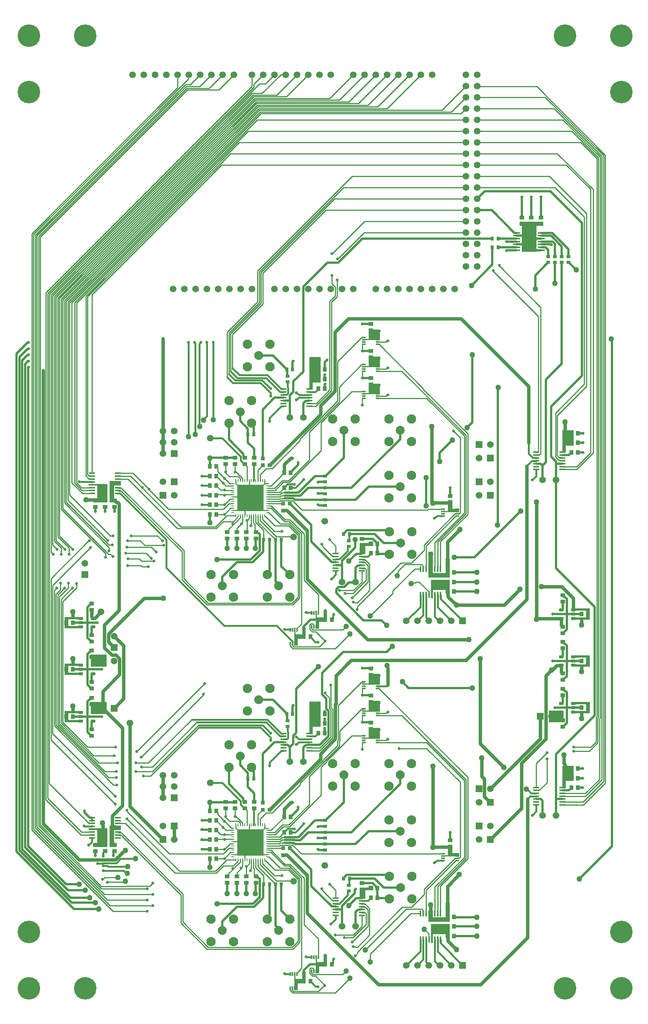
<source format=gbr>
%FSTAX23Y23*%
%MOIN*%
%SFA1B1*%

%IPPOS*%
%AMD25*
4,1,8,0.019700,-0.009800,0.019700,0.009800,0.017700,0.011800,-0.017700,0.011800,-0.019700,0.009800,-0.019700,-0.009800,-0.017700,-0.011800,0.017700,-0.011800,0.019700,-0.009800,0.0*
1,1,0.004016,0.017700,-0.009800*
1,1,0.004016,0.017700,0.009800*
1,1,0.004016,-0.017700,0.009800*
1,1,0.004016,-0.017700,-0.009800*
%
%ADD11C,0.010000*%
%ADD16O,0.029527X0.009843*%
%ADD17O,0.009843X0.029527*%
%ADD18R,0.233858X0.233858*%
%ADD19R,0.041339X0.037401*%
%ADD20R,0.037401X0.031496*%
%ADD21R,0.031496X0.037401*%
%ADD22R,0.058071X0.017716*%
%ADD23R,0.037401X0.041339*%
%ADD24R,0.033465X0.011811*%
G04~CAMADD=25~8~0.0~0.0~236.2~393.7~20.1~0.0~15~0.0~0.0~0.0~0.0~0~0.0~0.0~0.0~0.0~0~0.0~0.0~0.0~270.0~394.0~236.0*
%ADD25D25*%
%ADD26R,0.017716X0.058071*%
%ADD27R,0.011811X0.033465*%
%ADD28R,0.035433X0.035433*%
%ADD29R,0.035433X0.035433*%
%ADD35R,0.062992X0.013780*%
%ADD53C,0.020000*%
%ADD54C,0.015000*%
%ADD55C,0.030000*%
%ADD56C,0.200000*%
%ADD57C,0.059055*%
%ADD58C,0.082677*%
%ADD59R,0.059055X0.059055*%
%ADD60C,0.078740*%
%ADD61R,0.059055X0.059055*%
%ADD62C,0.025000*%
%ADD63C,0.050000*%
%LNcfd_2channel_copper_signal_top-1*%
%LPD*%
G36*
X04715Y06915D02*
X04655D01*
Y06685*
X04525*
Y06915*
X04505*
Y0695*
X04715*
Y06915*
G37*
G36*
X03265Y0593D02*
Y059D01*
X03105*
Y0591*
X03165*
Y05995*
X03265*
Y0593*
G37*
G36*
Y0569D02*
Y0566D01*
X03105*
Y0567*
X03165*
Y05755*
X03265*
Y0569*
G37*
G36*
X0274Y05525D02*
X0267D01*
Y0546*
X0264*
Y0575*
X0274*
Y05525*
G37*
G36*
X03265Y0545D02*
Y0542D01*
X03105*
Y0543*
X03165*
Y05515*
X03265*
Y0545*
G37*
G36*
X04985Y04965D02*
X04915D01*
Y049*
X04885*
Y051*
X04985*
Y04965*
G37*
G36*
X00965Y0461D02*
X00905D01*
Y04495*
X0093*
Y0446*
X00865*
Y0465*
X00965*
Y0461*
G37*
G36*
X00845Y0446D02*
X0072D01*
Y04495*
X00755*
Y0461*
X0068*
Y04625*
X00845*
Y0446*
G37*
G36*
X0391Y04405D02*
X0397D01*
Y04375*
X0381*
Y04385*
X0387*
Y0448*
X0391*
Y04405*
G37*
G36*
X03205Y04075D02*
X03135D01*
Y04*
X03085*
Y041*
X03165*
Y04115*
X03205*
Y04075*
G37*
G36*
X03735Y03835D02*
X0385D01*
Y03965*
X03885*
Y03795*
X03695*
Y04025*
X03735*
Y03835*
G37*
G36*
X03885Y0365D02*
X0385D01*
Y03685*
X03735*
Y0361*
X0372*
Y03775*
X03885*
Y0365*
G37*
G36*
X0513Y0342D02*
X04965D01*
Y0344*
X05095*
Y035*
X04965*
Y0352*
X0513*
Y0342*
G37*
G36*
X0063Y03425D02*
X005D01*
Y03365*
X0063*
Y03345*
X00465*
Y03445*
X0063*
Y03425*
G37*
G36*
X02705Y0344D02*
X02775D01*
Y034*
X02725*
Y0334*
X02695*
Y035*
X02705*
Y0344*
G37*
G36*
X02515Y0329D02*
X02585D01*
Y0325*
X02535*
Y0319*
X02505*
Y0335*
X02515*
Y0329*
G37*
G36*
X0513Y03005D02*
X04965D01*
Y03025*
X05095*
Y03085*
X04965*
Y03105*
X0513*
Y03005*
G37*
G36*
X0084D02*
X007D01*
Y0311*
X0084*
Y03005*
G37*
G36*
X0063Y0301D02*
X005D01*
Y0295*
X0063*
Y0293*
X00465*
Y0303*
X0063*
Y0301*
G37*
G36*
X03265Y02875D02*
Y02845D01*
X03105*
Y02855*
X03165*
Y0294*
X03265*
Y02875*
G37*
G36*
Y02635D02*
Y02605D01*
X03105*
Y02615*
X03165*
Y027*
X03265*
Y02635*
G37*
G36*
X0513Y0259D02*
X04965D01*
Y0261*
X05095*
Y0267*
X04965*
Y0269*
X0513*
Y0259*
G37*
G36*
X0084Y02585D02*
X007D01*
Y0269*
X0084*
Y02585*
G37*
G36*
X04895Y0251D02*
X04765D01*
Y02615*
X04895*
Y0251*
G37*
G36*
X0063Y0259D02*
X005D01*
Y0253*
X0063*
Y0251*
X00465*
Y0261*
X0063*
Y0259*
G37*
G36*
X0274Y0247D02*
X0267D01*
Y02405*
X0264*
Y02695*
X0274*
Y0247*
G37*
G36*
X03265Y02395D02*
Y02365D01*
X03105*
Y02375*
X03165*
Y0246*
X03265*
Y02395*
G37*
G36*
X04985Y0199D02*
X04915D01*
Y01925*
X04885*
Y02125*
X04985*
Y0199*
G37*
G36*
X00965Y01555D02*
X00905D01*
Y0144*
X0093*
Y01405*
X00865*
Y01595*
X00965*
Y01555*
G37*
G36*
X00845Y01405D02*
X0072D01*
Y0144*
X00755*
Y01555*
X0068*
Y0157*
X00845*
Y01405*
G37*
G36*
X0391Y0135D02*
X0397D01*
Y0132*
X0381*
Y0133*
X0387*
Y01425*
X0391*
Y0135*
G37*
G36*
X03205Y0102D02*
X03135D01*
Y00945*
X03085*
Y01045*
X03165*
Y0106*
X03205*
Y0102*
G37*
G36*
X03885Y0074D02*
X03695D01*
Y0084*
X03735*
Y0078*
X0385*
Y0091*
X03885*
Y0074*
G37*
G36*
Y00595D02*
X0385D01*
Y0063*
X03735*
Y00555*
X0372*
Y0072*
X03885*
Y00595*
G37*
G36*
X02705Y00385D02*
X02775D01*
Y00345*
X02725*
Y00285*
X02695*
Y00445*
X02705*
Y00385*
G37*
G36*
X02515Y00235D02*
X02585D01*
Y00195*
X02535*
Y00135*
X02505*
Y00295*
X02515*
Y00235*
G37*
G54D11*
X0129Y04165D02*
X01335Y0412D01*
X01055Y04165D02*
X0129D01*
X03681Y02278D02*
X0398Y0198D01*
X03436Y02278D02*
X03681D01*
X03679Y0233D02*
X04015Y01995D01*
X0403Y01305D02*
Y02001D01*
X03247Y0257D02*
X0346D01*
X04015Y01311D02*
Y01995D01*
X0346Y0257D02*
X0403Y02001D01*
X03247Y0233D02*
X03679D01*
X0342Y0381D02*
X03427Y03817D01*
Y03849*
X03487Y03909*
X03381Y03655D02*
Y03676D01*
X0318Y03453D02*
X03381Y03655D01*
X04825Y05255D02*
X0508Y0551D01*
Y06995*
X04825Y04864D02*
Y05255D01*
X04985Y0229D02*
X05138D01*
X04985Y02255D02*
X05125D01*
X052Y0233*
X05185Y02336D02*
Y02554D01*
X05138Y0229D02*
X05185Y02336D01*
X052Y0233D02*
Y02548D01*
X05252Y03907D02*
D01*
X05207Y06971D02*
D01*
X0497Y07755D02*
X05207Y07517D01*
X05267Y01972D02*
Y04473D01*
X05215Y02542D02*
X05222Y02549D01*
X04891Y07855D02*
X05222Y07524D01*
Y03555D02*
D01*
Y06972D02*
D01*
X05252Y01987D02*
Y03907D01*
X0509Y0188D02*
X05215Y02005D01*
X05192Y06969D02*
Y07511D01*
X05267Y04473D02*
Y07542D01*
X05215Y02005D02*
Y02542D01*
X05207Y06971D02*
Y07517D01*
X05237Y02002D02*
Y03561D01*
X05185Y02554D02*
X05192Y02562D01*
X05267Y04473D02*
D01*
X05192Y03542D02*
Y06969D01*
X05048Y07655D02*
X05192Y07511D01*
X0509Y01855D02*
X05237Y02002D01*
X05207Y03548D02*
D01*
X05192Y06969D02*
D01*
X05207Y03548D02*
Y06971D01*
X05192Y03542D02*
D01*
X05237Y03561D02*
D01*
X052Y02548D02*
X05207Y02555D01*
X05073Y01778D02*
X05267Y01972D01*
X05222Y06972D02*
Y07524D01*
Y03555D02*
Y06972D01*
X05068Y01803D02*
X05252Y01987D01*
Y03907D02*
Y07536D01*
X05222Y02549D02*
Y03555D01*
X05192Y02562D02*
Y03542D01*
X05207Y02555D02*
Y03548D01*
X05237Y03561D02*
Y06971D01*
Y0753D01*
Y06971D02*
D01*
X05135Y049D02*
Y0724D01*
X04885Y04753D02*
X05013D01*
X0516Y049D02*
Y07236D01*
X05013Y04778D02*
X05135Y049D01*
X05013Y04753D02*
X0516Y049D01*
X04841Y07555D02*
X0516Y07236D01*
X04885Y04778D02*
X05013D01*
X0492Y07455D02*
X05135Y0724D01*
X0466Y0815D02*
X05267Y07542D01*
X04733Y08055D02*
X05252Y07536D01*
X04654Y01906D02*
X04658Y0191D01*
X04684D02*
X0475Y01975D01*
Y02185*
X04658Y0191D02*
X04684D01*
X02489Y04477D02*
D01*
X03694Y04399D02*
X03827D01*
X03689Y04395D02*
X03694Y04399D01*
X02572Y04395D02*
X03689D01*
X02489Y04477D02*
X02572Y04395D01*
X03258Y05864D02*
X03651Y05471D01*
Y05463D02*
X04045Y0507D01*
X03651Y05463D02*
Y05471D01*
X03247Y05865D02*
X03247Y05864D01*
X03258*
X04045Y04354D02*
Y0507D01*
X0346Y05625D02*
X0403Y05056D01*
X03247Y05385D02*
X03679D01*
X04015Y0505*
Y04366D02*
Y0505D01*
X0403Y0436D02*
Y05056D01*
X03247Y05625D02*
X0346D01*
X04272Y06512D02*
X04673Y06111D01*
Y0491D02*
Y06111D01*
X0284Y064D02*
X02869Y06371D01*
X0284Y064D02*
Y06475D01*
X02835Y0666D02*
X0313Y06955D01*
X0403*
X02869Y06294D02*
Y06371D01*
X03125Y06855D02*
X0403D01*
X02895Y06625D02*
X03125Y06855D01*
X02885Y06288D02*
Y06435D01*
X04325Y0656D02*
Y06565D01*
Y0656D02*
X04693Y06191D01*
X0482Y07255D02*
X0508Y06995D01*
X0484Y0523D02*
X051Y0549D01*
Y07025*
X0477Y07355D02*
X051Y07025D01*
X04654Y04881D02*
X04658Y04885D01*
X04684*
X04693Y04893*
X04654Y04906D02*
X04669D01*
X04673Y0491*
X04693Y06191D02*
Y04893D01*
X0413Y07255D02*
X0482D01*
X0413Y07355D02*
X0477D01*
X0484Y04874D02*
Y0523D01*
X04881Y04859D02*
X04885Y04855D01*
X04881Y04833D02*
X04885Y0483D01*
X0484Y04874D02*
X04855Y04859D01*
X04825Y04864D02*
X04855Y04833D01*
X04881*
X04855Y04859D02*
X04881D01*
X04885Y0188D02*
X0509D01*
X04885Y01855D02*
X0509D01*
X04885Y01803D02*
X05068D01*
X04885Y01778D02*
X05073D01*
X03016Y05444D02*
X03122D01*
X02905Y05353D02*
Y05484D01*
X02793Y05221D02*
X03016Y05444D01*
X02793Y05217D02*
Y05221D01*
X02742Y05166D02*
X02793Y05217D01*
X02905Y05484D02*
X03104Y05683D01*
X02778Y05227D02*
X02905Y05353D01*
X0289Y0536D02*
Y05709D01*
X03104Y05923*
X02763Y05233D02*
X0289Y0536D01*
X02835Y06238D02*
X02885Y06288D01*
X02835Y05453D02*
Y06238D01*
X02695Y05313D02*
X02835Y05453D01*
X0282Y05459D02*
Y06245D01*
X0264Y05338D02*
X02699D01*
X0282Y05459*
Y06245D02*
X02869Y06294D01*
X01827Y04735D02*
X01886Y04675D01*
X01934Y04627*
X0413Y07455D02*
X0492D01*
X0413Y07555D02*
X04841D01*
X0413Y07655D02*
X05048D01*
X0413Y07755D02*
X0497D01*
X0413Y07855D02*
X04891D01*
X0413Y07955D02*
X04812D01*
X0413Y08055D02*
X04733D01*
X0413Y08155D02*
X04135Y0815D01*
X0466*
X04812Y07955D02*
X05237Y0753D01*
X02225Y06495D02*
X02785Y07055D01*
X02225Y06222D02*
Y06495D01*
X01955Y05952D02*
X02225Y06222D01*
X0221Y06228D02*
Y06501D01*
X02863Y07155D02*
X0403D01*
X02195Y06234D02*
Y06507D01*
X0221Y06501D02*
X02863Y07155D01*
X0218Y06513D02*
X03021Y07355D01*
X02942Y07255D02*
X0403D01*
X02785Y07055D02*
X0403D01*
X03021Y07355D02*
X0403D01*
X0218Y06241D02*
Y06513D01*
X02195Y06507D02*
X02942Y07255D01*
X01955Y05657D02*
Y05952D01*
X01925Y05964D02*
X02195Y06234D01*
X0194Y05958D02*
X0221Y06228D01*
X0191Y05971D02*
X0218Y06241D01*
X0194Y05627D02*
Y05958D01*
X0191Y0557D02*
Y05971D01*
X01925Y05601D02*
Y05964D01*
X0067Y06286D02*
X01938Y07555D01*
X0403*
X00655Y06292D02*
X02017Y07655D01*
X0403*
X00572Y06231D02*
X02096Y07755D01*
X0403*
X02175Y07855D02*
X0403D01*
X00555Y06234D02*
X02175Y07855D01*
X03985Y0791D02*
X0403Y07955D01*
X0053Y06231D02*
X02208Y0791D01*
X03985*
X0051Y06232D02*
X02202Y07925D01*
X039D02*
X0403Y08055D01*
X02202Y07925D02*
X039D01*
X00495Y06238D02*
X02196Y0794D01*
X03815D02*
X0403Y08155D01*
X02196Y0794D02*
X03815D01*
X00465Y0625D02*
X02184Y0797D01*
X00435Y06263D02*
X02171Y08D01*
X0048Y06244D02*
X0219Y07955D01*
X0039Y06281D02*
X02153Y08045D01*
X00375Y06288D02*
X02146Y0806D01*
X0222Y0809D02*
X02385Y08254D01*
X0282Y08045D02*
X0303Y08255D01*
X0045Y06257D02*
X02177Y07985D01*
X00405Y06275D02*
X02159Y0803D01*
X02165Y08015D02*
X0299D01*
X02171Y08D02*
X03075D01*
X02159Y0803D02*
X02905D01*
X02435Y0806D02*
X0263Y08255D01*
X03075Y08D02*
X0333Y08255D01*
X0036Y06294D02*
X0214Y08075D01*
X0235D02*
X0253Y08255D01*
X0316Y07985D02*
X0343Y08255D01*
X02177Y07985D02*
X0316D01*
X0214Y08075D02*
X0235D01*
X02146Y0806D02*
X02435D01*
X0042Y06269D02*
X02165Y08015D01*
X0333Y07955D02*
X0363Y08255D01*
X0299Y08015D02*
X0323Y08255D01*
X0219Y07955D02*
X0333D01*
X02905Y0803D02*
X0313Y08255D01*
X02134Y0809D02*
X0222D01*
X00345Y063D02*
X02134Y0809D01*
X02184Y0797D02*
X03245D01*
X0353Y08255*
X02153Y08045D02*
X0282D01*
X0033Y05652D02*
Y06306D01*
X00572Y04635D02*
Y06231D01*
X0033Y06306D02*
X02197Y08173D01*
X00465Y04456D02*
Y0625D01*
X0053Y04635D02*
Y06231D01*
X00405Y04432D02*
Y06275D01*
X0051Y04528D02*
Y06232D01*
X0067Y04706D02*
Y06286D01*
X0048Y04463D02*
Y06244D01*
X00555Y04631D02*
Y06234D01*
X003Y06285D02*
Y06319D01*
X00315Y05646D02*
Y06313D01*
X00495Y0448D02*
Y06238D01*
X00345Y05658D02*
Y063D01*
X0045Y0445D02*
Y06257D01*
X00375Y05671D02*
Y06288D01*
X00709Y04719D02*
Y06304D01*
X00435Y04444D02*
Y06263D01*
X0186Y07455D02*
X0403D01*
X02197Y08173D02*
X02248D01*
X0042Y04438D02*
Y06269D01*
X00655Y04696D02*
Y06292D01*
X0039Y05677D02*
Y06281D01*
X02145Y08143D02*
Y0817D01*
X003Y06319D02*
X0213Y08149D01*
X00709Y06304D02*
X0186Y07455D01*
X0036Y05665D02*
Y06294D01*
X00315Y06313D02*
X02145Y08143D01*
X0213Y08149D02*
Y08255D01*
X00655Y04696D02*
X00679Y04672D01*
X02145Y0817D02*
X0223Y08255D01*
X0062Y04566D02*
X00709D01*
X00555Y04631D02*
X00557Y04629D01*
D01*
X0061Y04576D02*
D01*
X0062Y04566*
X00557Y04629D02*
X0061Y04576D01*
X00705Y01617D02*
X00709Y01613D01*
X00315Y01838D02*
Y05646D01*
X00679Y01617D02*
X00705D01*
X0033Y01966D02*
X00679Y01617D01*
X00315Y01838D02*
X00616Y01536D01*
X00709*
X0033Y05652D02*
D01*
X00405Y04158D02*
X00505Y04058D01*
X00345Y0402D02*
Y05658D01*
X00315Y05646D02*
Y05646D01*
X0036Y04085D02*
Y05665D01*
X0033Y01966D02*
Y05652D01*
X0039Y05677D02*
D01*
X00345Y05658D02*
D01*
X00375Y04118D02*
Y05671D01*
X0039Y04125D02*
Y05677D01*
X00375Y05671D02*
D01*
X00505Y04D02*
Y04058D01*
X0036Y05665D02*
D01*
X00405Y04158D02*
Y04432D01*
X0042Y04165D02*
Y04438D01*
X00375Y04118D02*
X00435Y04058D01*
X00405Y04432D02*
D01*
X00435Y04D02*
Y04058D01*
X0042Y04438D02*
D01*
X0403Y07455D02*
D01*
X0019Y06838D02*
X0145Y08099D01*
X00235Y0682D02*
X01549Y08135D01*
X0019Y01565D02*
X0087Y00885D01*
X0019Y06838D02*
Y01565D01*
X0022Y06826D02*
Y01585D01*
X00175Y06845D02*
Y01555D01*
X00235Y0682D02*
Y01593D01*
X00793Y01035*
X00205Y01575D02*
X00845Y00935D01*
X00175Y01555D02*
X00895Y00835D01*
X00205Y06832D02*
Y01575D01*
X00175Y06845D02*
X0144Y0811D01*
X0022Y01585D02*
X0082Y00985D01*
X00205Y06832D02*
X01461Y08088D01*
X0022Y06826D02*
X01471Y08078D01*
X01549Y08135D02*
X0175D01*
X0025Y01599D02*
Y06813D01*
Y01599D02*
X00794Y01055D01*
X0025Y06813D02*
X01556Y0812D01*
X01925Y05601D02*
X01927Y05599D01*
X0194Y05627D02*
X01942Y05625D01*
X01955Y05657D02*
X01957Y05655D01*
X00679Y04672D02*
X00705D01*
X00709Y04668*
X02248Y08173D02*
X0233Y08255D01*
X02385Y08254D02*
X02429D01*
X0243Y08255*
X00613Y01511D02*
X00709D01*
X003Y01825D02*
X00613Y01511D01*
X003Y06285D02*
Y01825D01*
X0145Y08099D02*
X01567Y08216D01*
Y08252D02*
X0157Y08255D01*
X01567Y08216D02*
Y08252D01*
X01835Y0812D02*
X0197Y08255D01*
X01556Y0812D02*
X01835D01*
X0175Y08135D02*
X0187Y08255D01*
X01539Y08167D02*
X01582D01*
X0167Y08255*
X01667Y08152D02*
X0177Y08255D01*
X01461Y08088D02*
X01539Y08167D01*
X01471Y08078D02*
X01545Y08152D01*
X01667*
X0147Y0814D02*
Y08255D01*
X0144Y0811D02*
X0147Y0814D01*
X012Y00835D02*
X012Y00835D01*
X00895Y00835D02*
X012D01*
X0087Y00885D02*
X0125D01*
X00858Y04085D02*
X0089D01*
X0048Y04463D02*
X00858Y04085D01*
X00435Y04401D02*
X0083Y04006D01*
X00435Y04401D02*
Y04444D01*
D01*
X0053Y04635D02*
X00625Y0454D01*
X00616Y04591D02*
X00709D01*
X00572Y04635D02*
X00616Y04591D01*
X0045Y04408D02*
Y0445D01*
D01*
X00465Y04456D02*
X00851Y0407D01*
X00625Y0454D02*
X00709D01*
X00679Y04697D02*
X00705D01*
X00709Y04693*
X0067Y04706D02*
X00679Y04697D01*
X01813Y01638D02*
X01898Y01553D01*
X01827Y01695D02*
X01949Y01572D01*
X00851Y0407D02*
X0086Y04061D01*
X00851Y0407D02*
D01*
X0083Y03975D02*
Y04006D01*
X0198Y0474D02*
X02046Y04673D01*
X0198Y0474D02*
Y04801D01*
X01697Y02757D02*
X017Y0276D01*
X01145Y022D02*
X01697Y02752D01*
Y02757*
X02907Y0368D02*
X0303D01*
X03066Y03538D02*
X03453Y03924D01*
X03063Y0351D02*
X03066Y03513D01*
Y03538*
X0278Y02765D02*
X02815Y0273D01*
Y02635D02*
Y0273D01*
X0278Y02765D02*
Y0277D01*
X0264Y02283D02*
X02734D01*
X0264Y02258D02*
X0273D01*
X02815Y02635D02*
X0283Y0262D01*
Y02379D02*
Y0262D01*
X02734Y02283D02*
X0283Y02379D01*
X0273Y02258D02*
X02845Y02373D01*
X0291Y02346D02*
Y02434D01*
X0283Y02642D02*
X02845Y02626D01*
X0283Y02642D02*
Y0284D01*
X02905Y02298D02*
Y0234D01*
X02845Y02373D02*
Y02626D01*
X0291Y02434D02*
X03104Y02628D01*
X0289Y02305D02*
Y02347D01*
X02905Y0234D02*
X0291Y02346D01*
X02895Y02659D02*
X03104Y02868D01*
X0289Y02347D02*
X02895Y02352D01*
Y02659*
X03122Y02628D02*
X03122Y02629D01*
X03104Y02628D02*
X03122D01*
X00793Y01035D02*
X012D01*
X00794Y01055D02*
X0101D01*
X0036Y0241D02*
Y03725D01*
Y0241D02*
X00915Y01855D01*
X00345Y02355D02*
X00915Y01785D01*
X00345Y02355D02*
Y03785D01*
X00673Y04113*
X0036Y03725D02*
X00695Y0406D01*
X01897Y04722D02*
X0193Y0469D01*
X01895Y04725D02*
X01897Y04723D01*
Y04722D02*
Y04723D01*
X01895Y04725D02*
Y04801D01*
Y04725D02*
X01895D01*
X01934Y04627D02*
X01959D01*
X01813Y0478D02*
X01827Y04766D01*
Y04735D02*
Y04766D01*
X0193Y0469D02*
X02008D01*
X02124Y04259D02*
Y04344D01*
X02124Y04344*
X0212Y04255D02*
X02124Y04259D01*
X02164Y04283D02*
X02234Y04213D01*
X02155Y04206D02*
Y04269D01*
X02144Y04279D02*
X02155Y04269D01*
Y04206D02*
X02163Y04198D01*
X02164Y04283D02*
Y04344D01*
X02234Y0413D02*
Y04213D01*
X02144Y04279D02*
Y04344D01*
X02183Y04285D02*
X02325Y04143D01*
X02339Y0413D02*
Y04132D01*
X02328Y04143D02*
X02339Y04132D01*
X02325Y04143D02*
X02328D01*
X02183Y04285D02*
Y04344D01*
X0045Y04408D02*
X00856Y04001D01*
X00873*
X0082Y00985D02*
X0125D01*
X00845Y00935D02*
X012D01*
X0101Y01055D02*
X01012Y01057D01*
X01Y01095D02*
X01005Y011D01*
X0085Y01095D02*
X01D01*
X00845Y0109D02*
X0085Y01095D01*
X01012Y01057D02*
X01222D01*
X0125Y01085*
X02034Y01214D02*
Y01217D01*
X01995Y01175D02*
X02034Y01214D01*
X0215Y01156D02*
X02163Y01143D01*
X0215Y01156D02*
Y01212D01*
X02144Y01217D02*
X0215Y01212D01*
X02115Y01195D02*
Y01205D01*
X02144Y01217D02*
Y01289D01*
X02124Y01215D02*
Y01289D01*
X02115Y01205D02*
X02124Y01215D01*
X02164Y01219D02*
X02234Y01149D01*
Y01075D02*
Y01149D01*
X02164Y01219D02*
Y01289D01*
X02183Y0123D02*
Y01289D01*
X02339Y01075D02*
Y01077D01*
X02325Y01088D02*
X02328D01*
X02339Y01077*
X02183Y0123D02*
X02325Y01088D01*
X0208Y01143D02*
Y0123D01*
X02105Y01255D02*
Y01289D01*
X0208Y0123D02*
X02105Y01255D01*
X00802Y01117D02*
X00806D01*
X00824Y01135D02*
X0094D01*
X00806Y01117D02*
X00824Y01135D01*
X0094Y01511D02*
X00944Y01507D01*
X015Y0073D02*
Y00978D01*
X0097Y01532D02*
X01515Y00988D01*
Y0074D02*
Y00988D01*
X0097Y01507D02*
X015Y00978D01*
X0094Y01536D02*
X00944Y01532D01*
X0097*
X00944Y01507D02*
X0097D01*
X01006Y01613D02*
X01445Y01175D01*
X01813*
X0094Y01613D02*
X01006D01*
X0102Y01655D02*
X01485Y0119D01*
X01806*
X01306Y0143D02*
X01309D01*
X01395Y01345D02*
X01876D01*
X0102Y0173D02*
X01022Y01727D01*
Y01717D02*
Y01727D01*
X013Y01436D02*
X01306Y0143D01*
X013Y01436D02*
Y01439D01*
X01309Y0143D02*
X01395Y01345D01*
X01022Y01717D02*
X013Y01439D01*
X01818Y01474D02*
X01959D01*
X0198Y01685D02*
X02046Y01618D01*
X01818Y04529D02*
X01959D01*
X01895Y0167D02*
X01895D01*
X01895D02*
Y01746D01*
X01924Y01169D02*
X02005Y0125D01*
X01924Y04224D02*
X02005Y04305D01*
X01052Y04693D02*
X01501Y04245D01*
X0092Y04719D02*
X01073D01*
X02065Y01289D02*
Y01395D01*
X01959Y01454D02*
X02105D01*
Y016*
X02065Y04344D02*
Y0445D01*
X01959Y04509D02*
X02105D01*
Y04655*
X01813Y01553D02*
X01852Y01514D01*
X01884D02*
X01885Y01515D01*
X01852Y01514D02*
X01884D01*
X01959Y01513D02*
X01959Y01513D01*
X01886Y01513D02*
X01959D01*
X01885Y01515D02*
X01886Y01513D01*
X01813Y04608D02*
X01852Y04569D01*
X01884*
X01885Y0457*
X01959Y04568D02*
X01959Y04568D01*
X01886Y04568D02*
X01959D01*
X01885Y0457D02*
X01886Y04568D01*
X01896Y04608D02*
X01959D01*
X01813Y04693D02*
X01875Y04631D01*
X01813Y04693D02*
Y04695D01*
X01875Y0463D02*
X01896Y04608D01*
X01875Y0463D02*
Y04631D01*
X02085Y04203D02*
Y043D01*
X02105Y0432D02*
Y04344D01*
X02085Y043D02*
X02105Y0432D01*
X0208Y04198D02*
X02085Y04203D01*
X00345Y0402D02*
X00365Y04D01*
X0039Y04125D02*
X0047Y04045D01*
X0042Y04165D02*
X0054Y04045D01*
X0036Y04085D02*
X004Y04045D01*
X0045Y0358D02*
X00573Y03703D01*
X0045Y0251D02*
Y0358D01*
X00573Y03703D02*
Y03742D01*
X00533Y037D02*
X00535D01*
X00435Y03601D02*
X00533Y037D01*
X0042Y03623D02*
X005Y03703D01*
Y03745*
X00405Y0364D02*
X00465Y037D01*
X0042Y02498D02*
Y03623D01*
X00405Y02492D02*
Y0364D01*
X0039Y03647D02*
X0043Y03687D01*
Y03745*
X0039Y02486D02*
Y03647D01*
X00375Y0368D02*
X00395Y037D01*
X00375Y02479D02*
Y0368D01*
X00435Y02504D02*
Y03601D01*
X00375Y02479D02*
X00899Y01955D01*
X0039Y02486D02*
X00856Y0202D01*
X00925*
X00899Y01955D02*
X0093D01*
X00405Y02492D02*
X00822Y02075D01*
X00925*
X0042Y02498D02*
X00768Y0215D01*
X00935*
X00435Y02504D02*
X00724Y02215D01*
X00905*
X0045Y0251D02*
X0067Y0229D01*
X0092*
X00673Y04113D02*
X0068Y0412D01*
X00685*
X00673Y04113D02*
X00673D01*
X01165Y02035D02*
X0123D01*
X0166Y02465*
X011Y02075D02*
X01245D01*
X01655Y02485*
X0115Y02115D02*
X01245D01*
X0164Y0251*
X011Y0215D02*
X0121D01*
X01595Y02535*
X01105Y0225D02*
X0171Y02855D01*
X00495Y0448D02*
X0085Y04125D01*
X0051Y04528D02*
X00873Y04165D01*
X0086Y0403D02*
Y04061D01*
X00873Y04165D02*
X00895D01*
X00873Y04001D02*
X00895Y0398D01*
X01025Y039D02*
X01145D01*
X01155Y0389*
X0103Y0396D02*
X0113D01*
X0115Y0394*
X0119Y0401D02*
X01235Y03964D01*
X0101Y0401D02*
X0119D01*
X0102Y04065D02*
X01235D01*
X0128Y04019*
X01139Y0412D02*
X01177Y04082D01*
X01025Y0412D02*
X01139D01*
X01177Y04082D02*
X01345D01*
X04654Y02144D02*
X0475Y0224D01*
X04654Y01931D02*
Y02144D01*
X0264Y05313D02*
X02695D01*
X01501Y04245D02*
X01806D01*
X0094Y04693D02*
X01052D01*
X01029Y04668D02*
X01467Y0423D01*
X0094Y04668D02*
X01029D01*
X01467Y0423D02*
X01813D01*
X01073Y04719D02*
X01216Y04576D01*
Y04575D02*
Y04576D01*
Y04575D02*
X01391Y044D01*
X01876*
X0097Y04587D02*
X01525Y04033D01*
X0151Y03775D02*
Y04023D01*
X0094Y04591D02*
X00944Y04587D01*
X01525Y03785D02*
Y04033D01*
X00944Y04587D02*
X0097D01*
Y04562D02*
X0151Y04023D01*
X03698Y00588D02*
Y00636D01*
X0366Y00675D02*
X03698Y00636D01*
Y00588D02*
X03702Y00584D01*
X03539Y00815D02*
X03625D01*
X0305Y00515D02*
X03065D01*
X0318Y00455D02*
X03539Y00815D01*
X0318Y00385D02*
Y00455D01*
X03065Y00458D02*
Y0047D01*
X03046Y00439D02*
X03065Y00458D01*
X03046Y00438D02*
Y00439D01*
X03046Y00519D02*
X0305Y00515D01*
X0303Y00519D02*
X03046D01*
X03028Y00521D02*
X0303Y00519D01*
X03065Y0047D02*
X03464Y00869D01*
X03753Y00815D02*
Y0105D01*
X04015Y01311*
X03676Y00815D02*
Y0102D01*
X03941Y01285*
X0302Y0056D02*
X03159Y00699D01*
X03065Y00515D02*
X03174Y00624D01*
X0287Y00625D02*
X0303D01*
X0303Y03574D02*
X03046D01*
X03028Y03576D02*
X0303Y03574D01*
X03046D02*
X0305Y0357D01*
X02957Y03655D02*
X03027D01*
X03579Y03748D02*
X03586Y03755D01*
X03547Y03748D02*
X03579D01*
X03542Y03742D02*
X03547Y03748D01*
X0305Y0357D02*
X03065D01*
X03453Y03924D02*
X03547D01*
X03065Y0357D02*
X03174Y03679D01*
Y03913*
X03575Y0387D02*
X03625D01*
X03381Y03676D02*
X03575Y0387D01*
X0366Y04037D02*
Y04085D01*
X03547Y03924D02*
X0366Y04037D01*
X03675Y04074D02*
X03941Y0434D01*
X0366Y04085D02*
X03934Y04359D01*
X03675Y03955D02*
Y04074D01*
X03753Y04105D02*
X04015Y04366D01*
X03753Y0387D02*
Y04105D01*
X03675Y03955D02*
X03676Y03953D01*
Y0387D02*
Y03953D01*
X03487Y03909D02*
X03638D01*
X03586Y03755D02*
X03612D01*
X0302Y03615D02*
X03159Y03754D01*
X02494Y03165D02*
X0287D01*
X025Y0318D02*
X0273D01*
X0287Y03165D02*
X03Y03295D01*
X0273Y0318D02*
X0278Y0323D01*
X02644Y0028D02*
Y00323D01*
X0265Y00329D02*
X0267D01*
X02644Y00323D02*
X0265Y00329D01*
Y03384D02*
X0267D01*
X02644Y03335D02*
Y03378D01*
X0265Y03384*
X01731Y03553D02*
X02492D01*
X01741Y03568D02*
X02486D01*
X01525Y03785D02*
X01741Y03568D01*
X0151Y03775D02*
X01731Y03553D01*
X0094Y04566D02*
X00944Y04562D01*
X0097*
X02695Y03315D02*
X0278Y0323D01*
X02644Y03335D02*
X02665Y03315D01*
X0267Y03384D02*
X02679Y03375D01*
X02665Y03315D02*
X02695D01*
X02671Y0333D02*
X02935D01*
X02965Y0336*
X02661Y03339D02*
X02671Y0333D01*
X03934Y04359D02*
X03951D01*
X03952Y0436*
X02763Y00168D02*
X02772Y00176D01*
X0272Y00125D02*
X02763Y00168D01*
X025Y00125D02*
X0272D01*
X02772Y00176D02*
Y00182D01*
X02763Y00168D02*
X02763D01*
X02644Y0028D02*
X02665Y0026D01*
X0267Y00329D02*
X02679Y0032D01*
X02665Y0026D02*
X02695D01*
X02772Y00182*
X03464Y00869D02*
X03547D01*
X03661Y00984*
Y01031*
X03934Y01304*
X03951*
X03952Y01305*
X03499Y00854D02*
X03638D01*
X03135Y0049D02*
X03499Y00854D01*
X02679Y00303D02*
Y0032D01*
Y00303D02*
X0268Y00302D01*
X02491Y00134D02*
Y00152D01*
Y00134D02*
X025Y00125D01*
X02471Y00133D02*
X02494Y0011D01*
X0249Y00152D02*
X02491Y00152D01*
X0287Y0011D02*
X03Y0024D01*
X02471Y00133D02*
Y00152D01*
X02494Y0011D02*
X0287D01*
X02679Y03358D02*
Y03375D01*
Y03358D02*
X0268Y03357D01*
X02491Y03189D02*
Y03207D01*
X0249Y03207D02*
X02491Y03207D01*
Y03189D02*
X025Y0318D01*
X02471Y03188D02*
X02494Y03165D01*
X02471Y03188D02*
Y03207D01*
X015Y0073D02*
X01731Y00498D01*
X01515Y0074D02*
X01741Y00513D01*
X02486*
X01155Y0389D02*
X0121D01*
X0115Y0394D02*
X0126D01*
X02416Y01668D02*
Y0167D01*
Y01533D02*
Y01535D01*
X02065Y01746D02*
X02066D01*
X03109Y00896D02*
X03135D01*
X03105Y009D02*
X03109Y00896D01*
X03174Y00624D02*
Y00858D01*
X03135Y00896D02*
X03174Y00858D01*
X03109Y00871D02*
X03135D01*
X03105Y00875D02*
X03109Y00871D01*
X03159Y00699D02*
Y00847D01*
X03135Y00871D02*
X03159Y00847D01*
X03109Y00819D02*
X03135D01*
X03105Y00823D02*
X03109Y00819D01*
X03144Y00717D02*
Y00811D01*
X03027Y006D02*
X03144Y00717D01*
X03135Y00819D02*
X03144Y00811D01*
X0295Y006D02*
X03027D01*
X03105Y00699D02*
Y00798D01*
X0303Y00625D02*
X03105Y00699D01*
X02757Y01016D02*
Y01027D01*
X0287Y0093D02*
X02874Y00926D01*
X02844Y0093D02*
X0287D01*
X0275Y01035D02*
X02757Y01027D01*
Y01016D02*
X02844Y0093D01*
X02874Y00951D02*
Y0102D01*
X0282Y01075D02*
X02874Y0102D01*
X03112Y0257D02*
X03122D01*
X03111Y02569D02*
X03112Y0257D01*
X03111Y02511D02*
Y02569D01*
X0311Y0251D02*
X03111Y02511D01*
X03778Y01054D02*
X0403Y01305D01*
X03778Y00815D02*
Y01054D01*
X03112Y0233D02*
X03122D01*
X03111Y02329D02*
X03112Y0233D01*
X03111Y02271D02*
Y02329D01*
X0311Y0227D02*
X03111Y02271D01*
X03647Y00819D02*
Y00845D01*
Y00819D02*
X03651Y00815D01*
X03638Y00854D02*
X03647Y00845D01*
X0266Y00302D02*
X02661Y00302D01*
Y00284D02*
Y00302D01*
X02935Y00275D02*
X02965Y00305D01*
X02661Y00284D02*
X02671Y00275D01*
X02935*
X0247Y00152D02*
X02471Y00152D01*
X03804Y01058D02*
X04045Y01299D01*
Y02023*
X03804Y00815D02*
Y01058D01*
X03247Y0281D02*
X03257D01*
X04045Y02023*
X03112Y0281D02*
X03122D01*
X03111Y02809D02*
X03112Y0281D01*
X03111Y02751D02*
Y02809D01*
X0311Y0275D02*
X03111Y02751D01*
X03941Y01285D02*
X03952D01*
X0398Y01315D02*
Y0198D01*
X0397Y01306D02*
X0398Y01315D01*
X03952Y01306D02*
X0397D01*
X03952Y01305D02*
X03952Y01306D01*
X0333Y0236D02*
X03335D01*
X0333Y026D02*
X03335D01*
X03321Y0259D02*
X0333Y026D01*
X03321Y0235D02*
X0333Y0236D01*
X03247Y0259D02*
X03321D01*
X03247Y0235D02*
X03321D01*
X02115Y01445D02*
X02158Y01488D01*
X02071D02*
X02105Y01454D01*
X02158Y01401D02*
X02201Y01358D01*
X02115Y01445D02*
X02158Y01401D01*
X02071D02*
X02115Y01445D01*
X02065Y01395D02*
X02071Y01401D01*
X02028Y01358D02*
X02065Y01395D01*
X02252Y01279D02*
X02332Y012D01*
X02455*
X02242Y01279D02*
X02243Y01279D01*
X02252*
X02539Y00566D02*
Y01116D01*
X02486Y00513D02*
X02539Y00566D01*
X02455Y012D02*
X02539Y01116D01*
X02242Y01279D02*
Y01289D01*
X02496Y01103D02*
X025Y011D01*
X02346Y01103D02*
X02496D01*
X02203Y01246D02*
Y01289D01*
Y01246D02*
X02346Y01103D01*
X02183Y01289D02*
X02183Y01289D01*
X02046Y0123D02*
Y01289D01*
X02035Y01219D02*
X02046Y0123D01*
X01995Y01143D02*
Y01175D01*
X02026Y01271D02*
Y01289D01*
X02005Y0125D02*
X02026Y01271D01*
X01924Y01157D02*
Y01169D01*
X0191Y01143D02*
X0191D01*
X01924Y01157*
X02001Y01275D02*
X02006Y01279D01*
Y01289*
X01966Y01237D02*
X02001Y01273D01*
Y01275*
X01875Y01237D02*
X01966D01*
X01813Y01175D02*
X01875Y01237D01*
X01906Y01289D02*
X01987D01*
X01806Y0119D02*
X01906Y01289D01*
X01959Y01336D02*
X02006D01*
X02028Y01358*
X01885Y013D02*
X01941Y01356D01*
X01959*
X01813Y013D02*
X01885D01*
X01927Y01395D02*
X01959D01*
X01876Y01345D02*
X01927Y01395D01*
X01935Y01435D02*
X01959D01*
X01885Y01385D02*
X01935Y01435D01*
X01813Y01385D02*
X01885D01*
X02105Y01454D02*
X02115Y01445D01*
X01813Y0147D02*
X01818Y01474D01*
X01813Y01553D02*
Y01555D01*
X01898Y01553D02*
X01959D01*
X01813Y01638D02*
Y0164D01*
X01949Y01572D02*
X01959D01*
X01813Y01725D02*
X01827Y01711D01*
Y01695D02*
Y01711D01*
X02028Y01531D02*
X02071Y01488D01*
X01987Y01572D02*
Y016D01*
Y01572D02*
X02028Y01531D01*
X02026Y016D02*
Y01617D01*
Y016D02*
X02026Y016D01*
X02008Y01635D02*
X02026Y01617D01*
X0193Y01635D02*
X02008D01*
X01897Y01667D02*
X0193Y01635D01*
X01895Y0167D02*
X01897Y01668D01*
Y01667D02*
Y01668D01*
X02046Y016D02*
Y01618D01*
X0198Y01685D02*
Y01746D01*
X02085Y016D02*
Y01727D01*
X02066Y01746D02*
X02085Y01727D01*
X02183Y016D02*
Y01693D01*
X02225Y01735*
X03122Y02868D02*
X03122Y02869D01*
X03104Y02868D02*
X03122D01*
X02763Y02178D02*
X0289Y02305D01*
X02763Y02175D02*
Y02178D01*
X02557Y01955D02*
Y01969D01*
X02763Y02175*
X02309Y01707D02*
X02557Y01955D01*
X02203Y01653D02*
X02257Y01707D01*
X02309*
X02203Y016D02*
X02203Y016D01*
Y01653*
X02242Y01572D02*
X0227D01*
X02201Y01531D02*
X02242Y01572D01*
Y016*
X02158Y01488D02*
X02201Y01531D01*
X02301Y01553D02*
X02416Y01668D01*
X0227Y01553D02*
X02301D01*
X02778Y02172D02*
X02905Y02298D01*
X02778Y02169D02*
Y02172D01*
X02639Y02029D02*
X02778Y02169D01*
X02457Y016D02*
X02639Y01782D01*
Y02029*
X02401Y016D02*
X02457D01*
X02334Y01533D02*
X02401Y016D01*
X0227Y01533D02*
X02334D01*
X03016Y02389D02*
X03122D01*
X02793Y02166D02*
X03016Y02389D01*
X02793Y02162D02*
Y02166D01*
X02742Y02111D02*
X02793Y02162D01*
X02742Y01864D02*
Y02111D01*
X02463Y01585D02*
X02742Y01864D01*
X02407Y01585D02*
X02463D01*
X0227Y01513D02*
X02336D01*
X02407Y01585*
X02377Y01494D02*
X02416Y01533D01*
X0227Y01494D02*
X02377D01*
X02397Y01492D02*
X0242D01*
X02379Y01474D02*
X02397Y01492D01*
X0227Y01474D02*
X02379D01*
X02393Y01467D02*
X0242D01*
X0238Y01454D02*
X02393Y01467D01*
X0227Y01454D02*
X0238D01*
X02417Y01439D02*
X0242Y01442D01*
X02379Y01439D02*
X02417D01*
X02374Y01435D02*
X02379Y01439D01*
X0227Y01435D02*
X02374D01*
X02489Y01422D02*
X02568Y01344D01*
X02383Y01422D02*
X02489D01*
X02568Y01344D02*
X03827D01*
X02375Y01415D02*
X02383Y01422D01*
X0227Y01415D02*
X02375D01*
X02404Y01395D02*
X02405Y01395D01*
X0227Y01395D02*
X02404D01*
X02593Y00715D02*
Y01126D01*
Y00715D02*
X02719Y00589D01*
X02467Y01252D02*
X02593Y01126D01*
X02719Y00427D02*
Y00589D01*
X0228Y01376D02*
X02301D01*
X02424Y01252D02*
X02467D01*
X02301Y01376D02*
X02424Y01252D01*
X02569Y00327D02*
Y01128D01*
X0253Y00288D02*
X02569Y00327D01*
X0246Y01237D02*
X02569Y01128D01*
X02529Y00277D02*
X0253Y00277D01*
Y00288*
X0227Y01356D02*
X02299D01*
X0227Y01356D02*
X0227Y01356D01*
X02418Y01237D02*
X0246D01*
X02299Y01356D02*
X02418Y01237D01*
X02201Y01358D02*
X02223Y01336D01*
X0227*
X0228Y01317D02*
X0238Y01216D01*
X0246*
X0227Y01317D02*
X0228D01*
X02554Y0056D02*
Y01122D01*
X02492Y00498D02*
X02554Y0056D01*
X0246Y01216D02*
X02554Y01122D01*
X01731Y00498D02*
X02492D01*
X02223Y01256D02*
Y01289D01*
X0233Y0115D02*
X02395D01*
X02223Y01256D02*
X0233Y0115D01*
X02593Y0377D02*
Y04181D01*
Y0377D02*
X02719Y03644D01*
Y03482D02*
Y03644D01*
X02424Y04307D02*
X02467D01*
X02301Y04431D02*
X02424Y04307D01*
X0228Y04431D02*
X02301D01*
X02467Y04307D02*
X02593Y04181D01*
X0246Y04292D02*
X02569Y04183D01*
Y03382D02*
Y04183D01*
X02418Y04292D02*
X0246D01*
X0238Y04271D02*
X0246D01*
X02554Y04177*
X0228Y04372D02*
X0238Y04271D01*
X03027Y03655D02*
X03144Y03772D01*
X0303Y0368D02*
X03105Y03754D01*
X03159Y03754D02*
Y03902D01*
X03144Y03772D02*
Y03866D01*
X03135Y03926D02*
X03159Y03902D01*
X03135Y03951D02*
X03174Y03913D01*
X0275Y0409D02*
X02757Y04082D01*
Y04071D02*
Y04082D01*
X03105Y03754D02*
Y03853D01*
X02071Y04456D02*
X02115Y045D01*
X02065Y0445D02*
X02071Y04456D01*
X02028Y04413D02*
X02065Y0445D01*
X02006Y04391D02*
X02028Y04413D01*
X01959Y04391D02*
X02006D01*
X02201Y04413D02*
X02223Y04391D01*
X02158Y04456D02*
X02201Y04413D01*
X02115Y045D02*
X02158Y04456D01*
X02223Y04391D02*
X0227D01*
X02242Y04627D02*
X0227D01*
X02201Y04586D02*
X02242Y04627D01*
X02158Y04543D02*
X02201Y04586D01*
X02115Y045D02*
X02158Y04543D01*
X02242Y04627D02*
Y04655D01*
X02105Y04509D02*
X02115Y045D01*
X02071Y04543D02*
X02105Y04509D01*
X02028Y04586D02*
X02071Y04543D01*
X01987Y04627D02*
X02028Y04586D01*
X01987Y04627D02*
Y04655D01*
X03612Y03755D02*
X03698Y03669D01*
Y03643D02*
X03702Y03639D01*
X03698Y03643D02*
Y03669D01*
X03111Y05384D02*
X03112Y05385D01*
X03111Y05326D02*
Y05384D01*
X0311Y05325D02*
X03111Y05326D01*
X03112Y05385D02*
X03122D01*
X03111Y05864D02*
X03112Y05865D01*
X0311Y05805D02*
X03111Y05806D01*
X03112Y05865D02*
X03122D01*
X03111Y05806D02*
Y05864D01*
Y05624D02*
X03112Y05625D01*
X03122*
X03111Y05566D02*
Y05624D01*
X0311Y05565D02*
X03111Y05566D01*
X02223Y04311D02*
X0233Y04205D01*
X02395*
X02223Y04311D02*
Y04344D01*
X02242Y04334D02*
X02243Y04334D01*
X02455Y04255D02*
X02539Y04171D01*
X02486Y03568D02*
X02539Y03621D01*
Y04171*
X02243Y04334D02*
X02252D01*
X02242Y04334D02*
Y04344D01*
X02332Y04255D02*
X02455D01*
X02252Y04334D02*
X02332Y04255D01*
X02203Y04301D02*
X02346Y04158D01*
X02203Y04301D02*
Y04344D01*
X02346Y04158D02*
X02496D01*
X025Y04155*
X02183Y04344D02*
X02183Y04344D01*
X01995Y04198D02*
Y0423D01*
X02035Y0427D02*
Y04274D01*
X01995Y0423D02*
X02035Y0427D01*
Y04274D02*
X02046Y04285D01*
Y04344*
X0191Y04198D02*
X01924Y04212D01*
X0191Y04198D02*
X0191D01*
X01924Y04212D02*
Y04224D01*
X02005Y04305D02*
X02026Y04326D01*
Y04344*
X01813Y0423D02*
X01875Y04292D01*
X01966*
X02001Y04328D02*
Y0433D01*
X01966Y04292D02*
X02001Y04328D01*
X02006Y04334D02*
Y04344D01*
X02001Y0433D02*
X02006Y04334D01*
X01806Y04245D02*
X01906Y04344D01*
X01987*
X01813Y04355D02*
X01885D01*
X01941Y04411D02*
X01959D01*
X01885Y04355D02*
X01941Y04411D01*
X01876Y044D02*
X01927Y0445D01*
X01959*
X01813Y0444D02*
X01885D01*
X01935Y0449*
X01959*
X01813Y04525D02*
X01818Y04529D01*
X01813Y04608D02*
Y0461D01*
X02026Y04655D02*
Y04672D01*
X02008Y0469D02*
X02026Y04672D01*
Y04655D02*
X02026Y04655D01*
X02046D02*
Y04673D01*
X02085Y04655D02*
Y04782D01*
X02066Y04801D02*
X02085Y04782D01*
X02183Y04655D02*
Y04748D01*
X02225Y0479*
X02203Y04655D02*
Y04708D01*
X02203Y04655D02*
X02203Y04655D01*
X02257Y04762D02*
X02309D01*
X02203Y04708D02*
X02257Y04762D01*
X02309D02*
X02557Y0501D01*
Y05024*
X02763Y0523*
Y05233*
X03104Y05923D02*
X03122D01*
X03122Y05924*
X0227Y04608D02*
X02301D01*
X02416Y04723*
Y04725*
X0227Y04588D02*
X02334D01*
X02401Y04655*
X02457*
X02639Y04837D02*
Y05084D01*
X02457Y04655D02*
X02639Y04837D01*
Y05084D02*
X02778Y05224D01*
Y05227*
X03104Y05683D02*
X03122D01*
X03122Y05684*
X02336Y04568D02*
X02407Y0464D01*
X0227Y04568D02*
X02336D01*
X02407Y0464D02*
X02463D01*
X02742Y04919*
Y05166*
X02377Y04549D02*
X02416Y04588D01*
X0227Y04549D02*
X02377D01*
X0227Y04529D02*
X02379D01*
X02397Y04547*
X0242*
X0227Y04509D02*
X0238D01*
X02393Y04522*
X0242*
X0227Y0449D02*
X02374D01*
X02379Y04494*
X02417*
X0242Y04497*
X0227Y0447D02*
X02375D01*
X02383Y04477*
X02489*
X0227Y0445D02*
X02404D01*
X02405Y0445*
X02299Y04411D02*
X02418Y04292D01*
X0227Y04411D02*
X0227Y04411D01*
X02299*
X0253Y03332D02*
Y03343D01*
X02529Y03332D02*
X0253Y03332D01*
Y03343D02*
X02569Y03382D01*
X02492Y03553D02*
X02554Y03615D01*
Y04177*
X0227Y04372D02*
X0228D01*
X03941Y0434D02*
X03952D01*
X03247Y05405D02*
X03321D01*
X03247Y05645D02*
X03321D01*
X03247Y05885D02*
X03321D01*
Y05405D02*
X0333Y05415D01*
X03321Y05645D02*
X0333Y05655D01*
Y05415D02*
X03335D01*
X0333Y05655D02*
X03335D01*
X03321Y05885D02*
X0333Y05895D01*
X03335*
X03952Y0436D02*
X03952Y04361D01*
X0397*
X0398Y0437*
Y05035*
X0392Y05095D02*
X0398Y05035D01*
X03804Y0387D02*
Y04113D01*
X04045Y04354*
X0247Y03207D02*
X02471Y03207D01*
X0266Y03357D02*
X02661Y03357D01*
Y03339D02*
Y03357D01*
X03647Y03874D02*
X03651Y0387D01*
X03647Y03874D02*
Y039D01*
X03638Y03909D02*
X03647Y039D01*
X03778Y0387D02*
Y04109D01*
X0403Y0436*
X03105Y03955D02*
X03109Y03951D01*
X03135*
X03105Y0393D02*
X03109Y03926D01*
X03135*
X03105Y03878D02*
X03109Y03874D01*
X03135D02*
X03144Y03866D01*
X03109Y03874D02*
X03135D01*
X0287Y03985D02*
X02874Y03981D01*
X02844Y03985D02*
X0287D01*
X02757Y04071D02*
X02844Y03985D01*
X02874Y04006D02*
Y04075D01*
X0282Y0413D02*
X02874Y04075D01*
X02065Y04801D02*
X02066D01*
X02416Y04588D02*
Y0459D01*
G54D16*
X01959Y01572D03*
Y01553D03*
Y01533D03*
Y01513D03*
Y01494D03*
Y01474D03*
Y01454D03*
Y01435D03*
Y01415D03*
Y01395D03*
Y01376D03*
Y01356D03*
Y01336D03*
Y01317D03*
X0227D03*
Y01336D03*
Y01356D03*
Y01376D03*
Y01395D03*
Y01415D03*
Y01435D03*
Y01454D03*
Y01474D03*
Y01494D03*
Y01513D03*
Y01533D03*
Y01553D03*
Y01572D03*
X01959Y04627D03*
Y04608D03*
Y04588D03*
Y04568D03*
Y04549D03*
Y04529D03*
Y04509D03*
Y0449D03*
Y0447D03*
Y0445D03*
Y04431D03*
Y04411D03*
Y04391D03*
Y04372D03*
X0227D03*
Y04391D03*
Y04411D03*
Y04431D03*
Y0445D03*
Y0447D03*
Y0449D03*
Y04509D03*
Y04529D03*
Y04549D03*
Y04568D03*
Y04588D03*
Y04608D03*
Y04627D03*
G54D17*
X01987Y01289D03*
X02006D03*
X02026D03*
X02046D03*
X02065D03*
X02085D03*
X02105D03*
X02124D03*
X02144D03*
X02164D03*
X02183D03*
X02203D03*
X02223D03*
X02242D03*
Y016D03*
X02223D03*
X02203D03*
X02183D03*
X02164D03*
X02144D03*
X02124D03*
X02105D03*
X02085D03*
X02065D03*
X02046D03*
X02026D03*
X02006D03*
X01987D03*
Y04344D03*
X02006D03*
X02026D03*
X02046D03*
X02065D03*
X02085D03*
X02105D03*
X02124D03*
X02144D03*
X02164D03*
X02183D03*
X02203D03*
X02223D03*
X02242D03*
Y04655D03*
X02223D03*
X02203D03*
X02183D03*
X02164D03*
X02144D03*
X02124D03*
X02105D03*
X02085D03*
X02065D03*
X02046D03*
X02026D03*
X02006D03*
X01987D03*
G54D18*
X02115Y01445D03*
Y045D03*
G54D19*
X04695Y06931D03*
Y06988D03*
X0461Y06931D03*
Y06988D03*
X04525Y06931D03*
Y06988D03*
X01895Y04801D03*
X0191Y04198D03*
X01895Y01746D03*
X0191Y01143D03*
X0389Y04518D03*
X03185Y06043D03*
Y05803D03*
Y05563D03*
X03105Y04138D03*
X0489Y03301D03*
Y03638D03*
Y03223D03*
X02165Y04141D03*
X0208D03*
X0489Y02886D03*
Y02808D03*
X03185Y02988D03*
Y02748D03*
Y02508D03*
X0489Y02471D03*
X0389Y01463D03*
X03105Y01083D03*
X02165Y01086D03*
X0208D03*
X02065Y04858D03*
X01895D03*
X0198D03*
X01995Y04141D03*
X0191D03*
X0091Y04421D03*
X0074D03*
X00825D03*
X00705Y03563D03*
Y03148D03*
Y03226D03*
Y02728D03*
Y02811D03*
Y02391D03*
X02065Y01803D03*
X0198D03*
X01895D03*
X01995Y01086D03*
X0191D03*
X00825Y01366D03*
X0091D03*
X0074D03*
X0215Y01803D03*
Y01746D03*
X03105Y01026D03*
X03185Y02691D03*
Y02451D03*
Y02931D03*
X01995Y01143D03*
X0198Y01746D03*
X0389Y01406D03*
X0208Y01143D03*
X02065Y01746D03*
X02165Y01143D03*
Y04198D03*
X02065Y04801D03*
X0208Y04198D03*
X0389Y04461D03*
X0198Y04801D03*
X01995Y04198D03*
X03185Y05986D03*
Y05506D03*
Y05746D03*
X03105Y04081D03*
X0215Y04858D03*
Y04801D03*
X0489Y02528D03*
X00705Y02671D03*
X0489Y02751D03*
X00705Y02448D03*
X0489Y03358D03*
Y02943D03*
Y03581D03*
Y03166D03*
X00705Y03506D03*
Y03091D03*
Y03283D03*
Y02868D03*
X0074Y04478D03*
X00825D03*
X0091D03*
X0074Y01423D03*
X00825D03*
X0091D03*
G54D20*
X0494Y06589D03*
Y0664D03*
X0482Y06589D03*
Y0664D03*
X0488Y06589D03*
Y0664D03*
X0476Y06589D03*
Y0664D03*
X02779Y04643D03*
Y04538D03*
Y04433D03*
Y01588D03*
Y01483D03*
Y01378D03*
Y01639D03*
X02445Y02525D03*
Y02474D03*
X02779Y01534D03*
X0299Y01065D03*
Y01014D03*
X02779Y01429D03*
Y04484D03*
X0299Y0412D03*
Y04069D03*
X02779Y04589D03*
X02445Y0558D03*
Y05529D03*
X02779Y04694D03*
G54D21*
X04264Y06725D03*
X04315D03*
Y068D03*
X04264D03*
X0249Y0564D03*
X02145Y05065D03*
X02944Y0418D03*
X02285Y0413D03*
X0239D03*
X0249Y02585D03*
X02145Y0201D03*
X02944Y01125D03*
X02285Y01075D03*
X0239D03*
X02094Y0201D03*
X02339Y01075D03*
X02234D03*
X02439Y02585D03*
X02995Y01125D03*
Y0418D03*
X02439Y0564D03*
X02234Y0413D03*
X02339D03*
X02094Y05065D03*
G54D22*
X04654Y04804D03*
X02409Y05364D03*
Y02309D03*
X04654Y01829D03*
X02874Y03904D03*
Y00849D03*
X04654Y04753D03*
X02409Y05313D03*
X02874Y03853D03*
X04654Y01778D03*
X02409Y02258D03*
X02874Y00798D03*
X00709Y04642D03*
Y01664D03*
Y01638D03*
Y01587D03*
Y01485D03*
X04654Y04906D03*
Y04881D03*
Y04855D03*
Y0483D03*
Y04778D03*
X04885Y04753D03*
Y04778D03*
Y04804D03*
Y0483D03*
Y04855D03*
Y04881D03*
Y04906D03*
X02409Y02411D03*
Y02386D03*
Y0236D03*
Y02335D03*
Y02283D03*
X0264Y02258D03*
Y02283D03*
Y02309D03*
Y02335D03*
Y0236D03*
Y02386D03*
Y02411D03*
X02874Y00951D03*
Y00926D03*
Y009D03*
Y00875D03*
Y00823D03*
X03105Y00798D03*
Y00823D03*
Y00849D03*
Y00875D03*
Y009D03*
Y00926D03*
Y00951D03*
X02874Y04006D03*
Y03981D03*
Y03955D03*
Y0393D03*
Y03878D03*
X03105Y03853D03*
Y03878D03*
Y03904D03*
Y0393D03*
Y03955D03*
Y03981D03*
Y04006D03*
X02409Y05466D03*
Y05441D03*
Y05415D03*
Y0539D03*
Y05338D03*
X0264Y05313D03*
Y05338D03*
Y05364D03*
Y0539D03*
Y05415D03*
Y05441D03*
Y05466D03*
X04885Y01931D03*
Y01906D03*
Y0188D03*
Y01855D03*
Y01829D03*
Y01803D03*
Y01778D03*
X04654Y01803D03*
Y01855D03*
Y0188D03*
Y01906D03*
Y01931D03*
X0094Y0454D03*
Y04566D03*
Y04591D03*
Y04617D03*
Y04642D03*
Y04668D03*
Y04693D03*
Y04719D03*
X00709D03*
Y04693D03*
Y04668D03*
Y04617D03*
Y04591D03*
Y04566D03*
Y0454D03*
Y01511D03*
Y01536D03*
Y01562D03*
Y01613D03*
X0094Y01664D03*
Y01638D03*
Y01613D03*
Y01587D03*
Y01562D03*
Y01536D03*
Y01511D03*
Y01485D03*
G54D23*
X01813Y0444D03*
Y01385D03*
X05023Y05075D03*
Y0499D03*
Y04905D03*
X03243Y04095D03*
X05056Y0347D03*
X03923Y0384D03*
Y03755D03*
X03243Y0401D03*
X03923Y0367D03*
X02777Y05555D03*
Y0564D03*
Y0547D03*
X02473Y0459D03*
Y04725D03*
X02838Y0342D03*
X02648Y0327D03*
X05056Y03055D03*
Y0264D03*
X05023Y02015D03*
Y021D03*
Y0193D03*
X03923Y007D03*
Y00785D03*
Y00615D03*
X03243Y00955D03*
Y0104D03*
X02777Y025D03*
Y02585D03*
Y02415D03*
X02473Y01535D03*
Y0167D03*
X02838Y00365D03*
X02648Y00215D03*
X01756Y0478D03*
Y0461D03*
Y04695D03*
Y0444D03*
Y04525D03*
Y04355D03*
X00538Y03395D03*
Y0298D03*
Y0256D03*
X01756Y01725D03*
Y0164D03*
Y01555D03*
Y0147D03*
Y01385D03*
Y013D03*
X04966Y05075D03*
Y04905D03*
Y0499D03*
X0272Y02585D03*
Y025D03*
Y02415D03*
X03186Y0104D03*
Y00955D03*
X03866Y00785D03*
Y007D03*
Y00615D03*
X02781Y00365D03*
X02591Y00215D03*
X01813Y0147D03*
Y013D03*
X02416Y0167D03*
X01813Y01555D03*
Y0164D03*
Y01725D03*
X02416Y01535D03*
X01813Y0478D03*
Y04695D03*
Y0461D03*
X02416Y0459D03*
Y04725D03*
X01813Y04355D03*
Y04525D03*
X02591Y0327D03*
X02781Y0342D03*
X03866Y0367D03*
Y03755D03*
Y0384D03*
X03186Y0401D03*
Y04095D03*
X0272Y0547D03*
Y05555D03*
Y0564D03*
X05113Y0264D03*
X00481Y0256D03*
X05113Y0347D03*
Y03055D03*
X00481Y03395D03*
Y0298D03*
X04966Y0193D03*
Y02015D03*
Y021D03*
G54D24*
X03827Y0434D03*
X03122Y05865D03*
Y05385D03*
Y05625D03*
Y0281D03*
Y0257D03*
X03827Y01285D03*
X03122Y0233D03*
X03247Y02629D03*
Y02609D03*
Y0259D03*
Y0257D03*
X03122Y0259D03*
Y02609D03*
Y02629D03*
X03247Y02389D03*
Y02369D03*
Y0235D03*
Y0233D03*
X03122Y0235D03*
Y02369D03*
Y02389D03*
X03247Y02869D03*
Y02849D03*
Y0283D03*
Y0281D03*
X03122Y0283D03*
Y02849D03*
Y02869D03*
X03952Y01344D03*
Y01324D03*
Y01305D03*
Y01285D03*
X03827Y01305D03*
Y01324D03*
Y01344D03*
X03952Y04399D03*
Y04379D03*
Y0436D03*
Y0434D03*
X03827Y0436D03*
Y04379D03*
Y04399D03*
X03122Y05924D03*
Y05904D03*
Y05885D03*
X03247Y05865D03*
Y05885D03*
Y05904D03*
Y05924D03*
X03122Y05444D03*
Y05424D03*
Y05405D03*
X03247Y05385D03*
Y05405D03*
Y05424D03*
Y05444D03*
X03122Y05684D03*
Y05664D03*
Y05645D03*
X03247Y05625D03*
Y05645D03*
Y05664D03*
Y05684D03*
G54D25*
X04984Y0347D03*
Y03055D03*
Y0264D03*
X0061Y03395D03*
Y0298D03*
Y0256D03*
X04875Y02602D03*
Y02677D03*
X04984D03*
Y02602D03*
X0061Y02597D03*
Y02522D03*
X00719D03*
Y02597D03*
X04984Y03432D03*
Y03507D03*
X04875D03*
Y03432D03*
Y03017D03*
Y03092D03*
X04984D03*
Y03017D03*
X0061Y03432D03*
Y03357D03*
X00719D03*
Y03432D03*
X0061Y03017D03*
Y02942D03*
X00719D03*
Y03017D03*
G54D26*
X03702Y03639D03*
Y00584D03*
X03804Y00815D03*
X03778D03*
X03753D03*
X03727D03*
X03702D03*
X03676D03*
X03651D03*
X03625D03*
Y00584D03*
X03651D03*
X03676D03*
X03727D03*
X03753D03*
X03778D03*
X03804D03*
Y0387D03*
X03778D03*
X03753D03*
X03727D03*
X03702D03*
X03676D03*
X03651D03*
X03625D03*
Y03639D03*
X03651D03*
X03676D03*
X03727D03*
X03753D03*
X03778D03*
X03804D03*
G54D27*
X0266Y03482D03*
X0247Y03332D03*
X0266Y00427D03*
X0247Y00277D03*
X02719Y00302D03*
X02699D03*
X0268D03*
X0266D03*
X0268Y00427D03*
X02699D03*
X02719D03*
X02529Y00152D03*
X02509D03*
X0249D03*
X0247D03*
X0249Y00277D03*
X02509D03*
X02529D03*
Y03207D03*
X02509D03*
X0249D03*
X0247D03*
X0249Y03332D03*
X02509D03*
X02529D03*
X02719Y03357D03*
X02699D03*
X0268D03*
X0266D03*
X0268Y03482D03*
X02699D03*
X02719D03*
G54D28*
X02225Y01735D03*
X02287D03*
X02225Y01797D03*
Y0479D03*
X02287D03*
X02225Y04852D03*
G54D29*
X02405Y01395D03*
Y01332D03*
X02467Y01395D03*
X02405Y0445D03*
Y04387D03*
X02467Y0445D03*
G54D35*
X047Y06851D03*
Y06826D03*
Y068D03*
Y06775D03*
Y06749D03*
Y06723D03*
Y06698D03*
X04479D03*
Y06723D03*
Y06749D03*
Y06775D03*
Y068D03*
Y06826D03*
Y06851D03*
G54D53*
X0293Y00881D02*
X03044Y00995D01*
Y01024D02*
X0305Y0103D01*
X03044Y00995D02*
Y01024D01*
X0293Y00855D02*
Y00881D01*
X0483Y04802D02*
Y04823D01*
Y04782D02*
Y04802D01*
X04831Y04804D02*
X04885D01*
X0483Y04802D02*
X04831Y04804D01*
X0483Y04782D02*
D01*
X04785Y04868D02*
X0483Y04823D01*
Y0466D02*
Y04782D01*
Y0183D02*
Y02228D01*
Y0183D02*
X0483Y01829D01*
X04885*
X03925Y03975D02*
X04105D01*
X02879Y03656D02*
X03121Y03413D01*
X03281*
X03325Y0337*
X04312Y04262D02*
Y05477D01*
X0431Y0426D02*
X04312Y04262D01*
X04751Y0658D02*
Y06583D01*
X04757Y06589D02*
X0476D01*
X04751Y06583D02*
X04757Y06589D01*
X04645Y06474D02*
X04751Y0658D01*
X04645Y06355D02*
Y06474D01*
X04312Y05477D02*
X04315Y0548D01*
X04105Y03975D02*
X04515Y04385D01*
X03465Y0287D02*
X0352Y02815D01*
X04085*
X02465Y0229D02*
X02496Y02321D01*
Y02391*
X02522Y02418*
Y02807*
X0272Y03005*
X0294Y03135D02*
X03325D01*
X02752Y02947D02*
X0294Y03135D01*
X02752Y02758D02*
Y02947D01*
X05325Y0141D02*
Y05905D01*
X0532Y0591D02*
X05325Y05905D01*
X05035Y0112D02*
X05325Y0141D01*
X0482Y06405D02*
Y06589D01*
X0488Y0569D02*
Y06589D01*
X0474Y0555D02*
X0488Y0569D01*
X0474Y04818D02*
Y0555D01*
X0471Y04788D02*
X0474Y04818D01*
X04785Y0531D02*
X0506Y05585D01*
Y0694*
X04785Y04868D02*
Y0531D01*
X0494Y06589D02*
X04942D01*
X05007Y06525D02*
X0501D01*
X04942Y06589D02*
X05007Y06525D01*
X05024Y021D02*
X05065D01*
X05023Y02099D02*
X05024Y021D01*
X05023D02*
X05024D01*
X05023Y04905D02*
X05024Y04905D01*
X05023Y0499D02*
X0507D01*
X05023Y04905D02*
X0507D01*
X05023Y05075D02*
X0507D01*
X0483Y02228D02*
X05172Y0257D01*
Y03534*
X0483Y03876D02*
X05172Y03534D01*
X0483Y03876D02*
Y0466D01*
X04085Y0517D02*
Y0577D01*
X0404Y05125D02*
X04085Y0517D01*
X04264Y06569D02*
Y06725D01*
X0408Y06385D02*
X04264Y06569D01*
X0408Y06385D02*
X0408D01*
X03675Y0443D02*
Y0468D01*
X0293Y03755D02*
Y03945D01*
X03045Y0406*
Y0413*
X02964Y04204D02*
X02973Y04213D01*
X02995Y0418D02*
X03219D01*
X02944D02*
Y04182D01*
X02964Y04202D02*
Y04204D01*
X03333Y042D02*
X0335D01*
X03319Y04213D02*
X03333Y042D01*
X02944Y04182D02*
X02964Y04202D01*
X02973Y04213D02*
X03319D01*
X03219Y0418D02*
X03299Y041D01*
X03795Y04825D02*
Y049D01*
X0391Y05015*
X02585Y05622D02*
Y06373D01*
X02496Y05533D02*
X02585Y05622D01*
Y06373D02*
X02798Y06586D01*
X02895*
X03108Y068*
X04264*
X02496Y0544D02*
Y05533D01*
X02465Y05409D02*
X02496Y0544D01*
X02874Y03904D02*
X02925D01*
X02465Y05215D02*
Y05409D01*
X02409Y05364D02*
X0246D01*
X02874Y00849D02*
X02923D01*
X0293Y007D02*
Y00855D01*
X02445Y02309D02*
X02465Y0229D01*
Y0216D02*
Y0229D01*
X02409Y02309D02*
X02445D01*
X0471Y01685D02*
Y01815D01*
X04695Y01829D02*
X0471Y01815D01*
X04654Y01829D02*
X04695D01*
X0471Y0466D02*
Y04788D01*
X04654Y04804D02*
X04694D01*
X0471Y04788*
X04645Y068D02*
X047D01*
X04645Y068D02*
X04645Y068D01*
X04795Y06851D02*
X0494Y06707D01*
X047Y06851D02*
X04795D01*
X0494Y0664D02*
Y06707D01*
X047Y06826D02*
X04785D01*
X0488Y06731*
Y0664D02*
Y06731D01*
X047Y06775D02*
X04801D01*
X0482Y0664D02*
Y06756D01*
X04801Y06775D02*
X0482Y06756D01*
X04786Y06749D02*
X04788Y06747D01*
X047Y06749D02*
X04786D01*
X04788Y06747D02*
X0479D01*
X047Y06723D02*
X04735D01*
X0476Y06699*
Y0664D02*
Y06699D01*
X0478Y0722D02*
X0506Y0694D01*
X04646Y06698D02*
X047D01*
X0464Y06705D02*
X04646Y06698D01*
X04479Y06749D02*
X04534D01*
X04535Y0675*
X04479Y06826D02*
X04538D01*
X0454Y06825*
X04391Y06773D02*
X04393Y06775D01*
X0439Y06773D02*
X04391D01*
X04393Y06775D02*
X04479D01*
X0439Y06695D02*
X04391D01*
X04394Y06698D02*
X04479D01*
X04391Y06695D02*
X04394Y06698D01*
X04695Y06988D02*
Y0717D01*
X0461Y06988D02*
Y0717D01*
X04525Y06988D02*
Y0717D01*
X04316Y068D02*
X04479D01*
X04315Y068D02*
X04316Y068D01*
Y06724D02*
X04479D01*
X04315Y06725D02*
X04316Y06724D01*
X04461Y06851D02*
X04479D01*
X0413Y07055D02*
X04258D01*
X04461Y06851*
X04195Y0722D02*
X0478D01*
X0413Y07155D02*
X04195Y0722D01*
X05023Y0193D02*
X05065D01*
X05023Y02014D02*
X05024Y02015D01*
X05023Y02015D02*
X05024Y02015D01*
X05065*
X0081Y01325D02*
Y01352D01*
X00823Y01366D02*
X00825D01*
X00814Y01355D02*
Y01357D01*
X0081Y01325D02*
X0081Y01325D01*
Y01352D02*
X00814Y01355D01*
Y01357D02*
X00823Y01366D01*
X00642Y01725D02*
X00643Y01724D01*
X00691Y01664D02*
X00709D01*
X00643Y01712D02*
X00691Y01664D01*
X00643Y01712D02*
Y01724D01*
X03923Y0367D02*
X04125D01*
X03923Y03755D02*
X04125D01*
X03923Y0384D02*
X04125D01*
X03923Y00615D02*
X04125D01*
X03923Y007D02*
X04125D01*
X03926Y00782D02*
X04122D01*
X03923Y00785D02*
X03926Y00782D01*
X04122D02*
X04125Y0078D01*
X01756Y04856D02*
X01978D01*
X01755Y0478D02*
Y04854D01*
Y0478D02*
X01756Y0478D01*
X01756Y01801D02*
X01978D01*
X01755Y018D02*
X01755Y01799D01*
Y01725D02*
X01756Y01725D01*
X01755Y01725D02*
Y01799D01*
X01754Y01641D02*
X01756Y0164D01*
X01685Y01641D02*
X01754D01*
X01685Y01642D02*
X01685Y01641D01*
X00899Y01357D02*
X00908Y01366D01*
X00899Y01327D02*
Y01357D01*
X00898Y01327D02*
X00899Y01327D01*
X00908Y01366D02*
X0091D01*
X00739Y01365D02*
X00739Y01365D01*
Y01327D02*
Y01365D01*
X00738Y01327D02*
X00739Y01327D01*
X02777Y02458D02*
X02777Y02458D01*
X02777Y025D02*
X02777Y02499D01*
Y02415D02*
Y02457D01*
X02777Y02458*
X02777Y02415D02*
X02777Y02415D01*
X02777Y025D02*
Y02542D01*
X02777Y05509D02*
X02778Y0551D01*
X02777Y0547D02*
X02777Y0547D01*
Y05509*
X02775Y05555D02*
X02778Y05552D01*
X02775Y05555D02*
Y05594D01*
Y05638D02*
X02777Y0564D01*
X02775Y05595D02*
X02775Y05595D01*
X02775Y05595D02*
X02775Y05594D01*
X0091Y0438D02*
Y04421D01*
X00825Y0438D02*
Y04421D01*
X00739Y0442D02*
X0074Y0442D01*
Y0438D02*
Y0442D01*
X02162Y00992D02*
Y01083D01*
X02165Y01086*
X0216Y0099D02*
X02162Y00992D01*
X0208Y0099D02*
Y01086D01*
X01995Y0099D02*
Y01086D01*
X0191Y0099D02*
Y01086D01*
X02228Y00953D02*
Y01066D01*
X0214Y009D02*
X022Y0096D01*
Y01121*
X0182Y009D02*
X0214D01*
X01995Y00875D02*
X0215D01*
X02228Y00953*
X02234Y01072D02*
Y01075D01*
X02228Y01066D02*
X02234Y01072D01*
X02162Y04057D02*
Y04138D01*
X0216Y04055D02*
X02162Y04057D01*
Y04138D02*
X02165Y04141D01*
X0208Y04055D02*
Y04141D01*
X01995Y04055D02*
Y04141D01*
X0191Y04055D02*
Y04141D01*
X0212Y03955D02*
X022Y04035D01*
X0182Y03955D02*
X0212D01*
X022Y04035D02*
Y04176D01*
X02228Y04023D02*
Y04121D01*
X01995Y0393D02*
X02135D01*
X02228Y04023*
Y04121D02*
X02234Y04127D01*
Y0413*
X01686Y01383D02*
X01755D01*
X01681Y01468D02*
X0175D01*
X01681Y01558D02*
X0175D01*
X01755Y0444D02*
X01756Y0444D01*
X00142Y01412D02*
Y0566D01*
X0014Y05713D02*
Y05715D01*
X00142Y01412D02*
X0048Y01075D01*
X00115Y05688D02*
X0014Y05713D01*
X00115Y014D02*
Y05688D01*
Y014D02*
X00495Y0102D01*
X0009Y01385D02*
X0052Y00955D01*
X0009Y0572D02*
X0014Y0577D01*
X0009Y01385D02*
Y0572D01*
X00065Y01374D02*
Y0575D01*
Y01374D02*
X00529Y0091D01*
X0004Y01364D02*
Y0578D01*
X00065Y0575D02*
X0014Y05825D01*
X0004Y01364D02*
X00549Y00855D01*
X0004Y0578D02*
X0014Y0588D01*
X01755Y04855D02*
X01755Y04854D01*
X01755Y04855D02*
X01756Y04856D01*
X03325Y03135D02*
X03375Y03185D01*
X02898Y0371D02*
X02948D01*
X0299Y03752*
X03047D02*
X0305Y03755D01*
X0299Y03752D02*
X03047D01*
X02879Y03691D02*
X02898Y0371D01*
X02879Y03656D02*
Y03691D01*
X0279Y02632D02*
Y02721D01*
X02752Y02758D02*
X0279Y02721D01*
Y02632D02*
X0281Y02611D01*
X02777Y02606D02*
X02777Y02606D01*
X02777Y02585D02*
Y02606D01*
X02777Y02585D02*
X02777Y02585D01*
X0281Y02388D02*
Y02611D01*
X0264Y02309D02*
X02732D01*
X0281Y02388*
X00549Y00855D02*
X0077D01*
X00529Y0091D02*
X0074D01*
X00495Y0102D02*
X0065D01*
X0048Y01075D02*
X00595D01*
X0052Y00955D02*
X0069D01*
X00739Y01365D02*
X0074Y01366D01*
X02511Y01429D02*
X0305D01*
X02511Y04484D02*
X0305D01*
X00739Y0442D02*
X0074Y04421D01*
X00669Y0256D02*
X00795D01*
X02495Y02658D02*
Y0266D01*
X0249Y02585D02*
Y02654D01*
X02495Y02658*
X0259Y00295D02*
Y0031D01*
X02645Y00365D02*
X02695D01*
X0259Y00295D02*
X0259Y00295D01*
Y0031D02*
X02645Y00365D01*
X0265Y0342D02*
X0271D01*
X0259Y0335D02*
Y0336D01*
X0259Y0335D02*
X0259Y0335D01*
Y0336D02*
X0265Y0342D01*
X04818Y0264D02*
X04925D01*
X048Y03055D02*
X04925D01*
X00669Y03395D02*
X00757D01*
X00669Y0256D02*
Y02696D01*
X00678Y02705*
X0061Y0256D02*
X00669D01*
Y02423D02*
Y0256D01*
X00678Y02705D02*
X0068D01*
X00703Y02728D02*
X00705D01*
X0068Y02705D02*
X00703Y02728D01*
X00538Y0256D02*
X0061D01*
X00669Y0298D02*
X00795D01*
X03203Y01083D02*
X03234Y01052D01*
Y01048D02*
Y01052D01*
X03105Y01083D02*
X03203D01*
X03234Y01048D02*
X03243Y0104D01*
Y00955D02*
Y0104D01*
X03184Y02989D02*
X03185Y02988D01*
X0311Y02989D02*
X03184D01*
X0311Y0299D02*
X0311Y02989D01*
X01755Y01225D02*
Y01299D01*
X01756Y013*
X01755Y01225D02*
X01755Y01225D01*
X02539Y01757D02*
X0254Y01758D01*
X02539Y01738D02*
Y01757D01*
X02473Y0167D02*
Y01671D01*
X02539Y01738*
X0389Y01463D02*
Y01535D01*
X01978Y01801D02*
X0198Y01803D01*
X01755Y018D02*
X01756Y01801D01*
X01755Y01385D02*
X01756Y01385D01*
X02054Y01812D02*
X02063Y01803D01*
X02621Y02307D02*
X02622Y02309D01*
X0264*
X03104Y0095D02*
X03105Y00951D01*
X03055Y0095D02*
X03104D01*
X0299Y00885D02*
X03055Y0095D01*
X03087Y00849D02*
X03105D01*
X03086Y00847D02*
X03087Y00849D01*
X03184Y02509D02*
X03185Y02508D01*
X0311Y02509D02*
X03184D01*
X0311Y0251D02*
X0311Y02509D01*
X03184Y02749D02*
X03185Y02748D01*
X0311Y02749D02*
X03184D01*
X0311Y0275D02*
X0311Y02749D01*
X02054Y01812D02*
Y01835D01*
X01925Y01965D02*
X02054Y01835D01*
X02063Y01803D02*
X02065D01*
X01925Y01965D02*
Y0211D01*
X03319Y01158D02*
X03333Y01145D01*
X03243Y00955D02*
X03248Y0095D01*
X03345D02*
X0335Y00945D01*
X03248Y0095D02*
X03345D01*
X02605Y02307D02*
X02621D01*
X02585Y0216D02*
Y02287D01*
X02605Y02307*
X0307Y00847D02*
X03086D01*
X0305Y007D02*
Y00827D01*
X0307Y00847*
X02094Y01937D02*
Y0201D01*
Y01937D02*
X0215Y01881D01*
X02094Y0201D02*
Y0206D01*
X0215Y01803D02*
Y01881D01*
X02025Y0213D02*
Y0221D01*
Y0213D02*
X02094Y0206D01*
X02145Y0201D02*
Y02072D01*
X02125Y02093D02*
Y0211D01*
Y02093D02*
X02145Y02072D01*
X0239Y00839D02*
Y01075D01*
Y00839D02*
X02465Y00765D01*
X02339Y00706D02*
X02365Y0068D01*
Y00665D02*
Y0068D01*
X02339Y00706D02*
Y01075D01*
X02945Y01802D02*
Y02045D01*
X02782Y01639D02*
X02945Y01802D01*
X02779Y01639D02*
X02782D01*
X02719Y01588D02*
X02779D01*
X02716Y01585D02*
X02719Y01588D01*
X02715Y01585D02*
X02716D01*
X01865Y00744D02*
X01995Y00875D01*
X01865Y00665D02*
Y00744D01*
X02285Y00802D02*
Y01075D01*
X02265Y00781D02*
X02285Y00802D01*
X02265Y00765D02*
Y00781D01*
X03445Y01965D02*
Y02045D01*
X02779Y01534D02*
X03014D01*
X03445Y01965*
X02778Y01484D02*
X02779Y01483D01*
X02715Y01484D02*
X02778D01*
X02715Y01485D02*
X02715Y01484D01*
X02439Y02585D02*
X02442Y02582D01*
Y02528D02*
Y02582D01*
X02439Y02585D02*
Y02587D01*
X02442Y02528D02*
X02445Y02525D01*
X0219Y0271D02*
X02317D01*
X02439Y02587*
X02722Y01378D02*
X02779D01*
X02716Y01385D02*
X02722Y01378D01*
X02715Y01385D02*
X02716D01*
X02995Y01125D02*
X03219D01*
X03299Y01045*
X0345*
X02973Y01158D02*
X03319D01*
X03333Y01145D02*
X0335D01*
X02964Y01149D02*
X02973Y01158D01*
X02964Y01147D02*
Y01149D01*
X02944Y01125D02*
Y01127D01*
X02964Y01147*
X0233Y02335D02*
X02409D01*
X02225Y01797D02*
Y0223D01*
X0233Y02335*
X02839Y00876D02*
X02873D01*
X02657Y01058D02*
X02839Y00876D01*
X02873D02*
X02874Y00875D01*
X02467Y01395D02*
X02657Y01205D01*
Y01058D02*
Y01205D01*
X02186Y01134D02*
X022Y01121D01*
X02173Y01134D02*
X02186D01*
X02165Y01143D02*
X02173Y01134D01*
X02689Y01639D02*
X02779D01*
X02542Y01492D02*
X02689Y01639D01*
X0242Y01492D02*
X02542D01*
X0263Y01534D02*
X02779D01*
X0256Y01465D02*
X0263Y01534D01*
X02508Y01467D02*
X02511Y01465D01*
X0256*
X0242Y01467D02*
X02508D01*
X03166Y01545D02*
X03445D01*
X02498Y01442D02*
X02511Y01429D01*
X0305D02*
X03166Y01545D01*
X0242Y01442D02*
X02498D01*
X02657Y04113D02*
Y0426D01*
X02467Y0445D02*
X02657Y0426D01*
Y04113D02*
X02839Y03931D01*
X0299Y0394D02*
X03055Y04005D01*
X0249Y05709D02*
X02495Y05713D01*
Y05715*
X0249Y0564D02*
Y05709D01*
X02777Y0564D02*
Y05705D01*
X02795Y05723*
Y05725*
X03248Y04005D02*
X03345D01*
X0335Y04*
X03243Y0401D02*
X03248Y04005D01*
X03243Y0401D02*
Y04095D01*
X03203Y04138D02*
X03234Y04107D01*
X03105Y04138D02*
X03203D01*
X03234Y04103D02*
Y04107D01*
Y04103D02*
X03243Y04095D01*
X02722Y04433D02*
X02779D01*
X02716Y0444D02*
X02722Y04433D01*
X02715Y0444D02*
X02716D01*
X02715Y0454D02*
X02715Y04539D01*
X02778D02*
X02779Y04538D01*
X02715Y04539D02*
X02778D01*
X02715Y0464D02*
X02716D01*
X02719Y04643D02*
X02779D01*
X02716Y0464D02*
X02719Y04643D01*
X02539Y04793D02*
Y04812D01*
X02473Y04725D02*
Y04726D01*
X02539Y04793*
Y04812D02*
X0254Y04813D01*
X02542Y04547D02*
X02689Y04694D01*
X02779*
X0242Y04547D02*
X02542D01*
X01978Y04856D02*
X0198Y04858D01*
X02063D02*
X02065D01*
X02054Y04867D02*
X02063Y04858D01*
X01925Y0502D02*
Y05165D01*
X02054Y04867D02*
Y0489D01*
X01925Y0502D02*
X02054Y0489D01*
X02125Y05148D02*
X02145Y05127D01*
Y05065D02*
Y05127D01*
X02125Y05148D02*
Y05165D01*
X00669Y0298D02*
Y03116D01*
Y02843D02*
Y0298D01*
X0061D02*
X00669D01*
Y03395D02*
Y03531D01*
Y03258D02*
Y03395D01*
X0061D02*
X00669D01*
X04925Y0347D02*
Y03606D01*
Y03333D02*
Y0347D01*
X04984*
X048D02*
X04925D01*
Y03055D02*
Y03191D01*
Y02918D02*
Y03055D01*
X04984*
X04925Y0264D02*
Y02776D01*
Y02503D02*
Y0264D01*
X04984*
X04891Y02471D02*
X04915Y02494D01*
X04916*
X04925Y02503*
X04916Y02785D02*
X04925Y02776D01*
X04914Y02785D02*
X04916D01*
X04891Y02808D02*
X04914Y02785D01*
X0489Y02808D02*
X04891D01*
X0489Y02471D02*
X04891D01*
X04915Y02909D02*
X04916D01*
X04891Y02886D02*
X04915Y02909D01*
X04916D02*
X04925Y02918D01*
X0489Y02886D02*
X04891D01*
X04914Y032D02*
X04916D01*
X04925Y03191*
X04891Y03223D02*
X04914Y032D01*
X0489Y03223D02*
X04891D01*
Y03301D02*
X04915Y03324D01*
X04916Y03615D02*
X04925Y03606D01*
X04914Y03615D02*
X04916D01*
X04915Y03324D02*
X04916D01*
X04891Y03638D02*
X04914Y03615D01*
X04916Y03324D02*
X04925Y03333D01*
X0489Y03638D02*
X04891D01*
X0489Y03301D02*
X04891D01*
X00679Y02414D02*
X00703Y02391D01*
X00678Y02414D02*
X00679D01*
X00669Y02423D02*
X00678Y02414D01*
X00703Y02391D02*
X00705D01*
X00703Y02811D02*
X00705D01*
X00679Y02834D02*
X00703Y02811D01*
X00678Y02834D02*
X00679D01*
X00669Y02843D02*
X00678Y02834D01*
X00678Y03125D02*
X0068D01*
X00669Y03116D02*
X00678Y03125D01*
X0068D02*
X00703Y03148D01*
X00705*
X00703Y03226D02*
X00705D01*
X00678Y03249D02*
X00679D01*
X00703Y03226*
X00669Y03258D02*
X00678Y03249D01*
X00678Y0354D02*
X0068D01*
X00669Y03531D02*
X00678Y0354D01*
X0068D02*
X00703Y03563D01*
X00705*
X04984Y0347D02*
X05056D01*
X04984Y03055D02*
X05056D01*
X04984Y0264D02*
X05056D01*
X00538Y0298D02*
X0061D01*
X00538Y03395D02*
X0061D01*
X04966Y04903D02*
Y04905D01*
X04944Y04881D02*
X04966Y04903D01*
X04885Y04881D02*
X04944D01*
X04966Y01928D02*
Y0193D01*
X04885Y01906D02*
X04944D01*
X04966Y01928*
X0483Y01685D02*
Y0183D01*
X0239Y03894D02*
X02465Y0382D01*
X0239Y03894D02*
Y0413D01*
X02285Y03857D02*
Y0413D01*
X02265Y03836D02*
X02285Y03857D01*
X02265Y0382D02*
Y03836D01*
X01865Y03799D02*
X01995Y0393D01*
X02165Y04198D02*
X02173Y04189D01*
X02186*
X022Y04176*
X01755Y0428D02*
Y04354D01*
X01756Y04355*
X01755Y0428D02*
X01755Y0428D01*
X0389Y04518D02*
Y0459D01*
X0311Y05564D02*
X03184D01*
X0311Y05565D02*
X0311Y05564D01*
X03184D02*
X03185Y05563D01*
X0311Y05804D02*
X03184D01*
X03185Y05803*
X0311Y05805D02*
X0311Y05804D01*
X03184Y06044D02*
X03185Y06043D01*
X0311Y06044D02*
X03184D01*
X0311Y06045D02*
X0311Y06044D01*
X0242Y04522D02*
X02508D01*
X02511Y0452D02*
X0256D01*
X02508Y04522D02*
X02511Y0452D01*
X0256D02*
X0263Y04589D01*
X02779*
X0242Y04497D02*
X02498D01*
X0305Y04484D02*
X03166Y046D01*
X02498Y04497D02*
X02511Y04484D01*
X03166Y046D02*
X03445D01*
X02873Y03931D02*
X02874Y0393D01*
X02839Y03931D02*
X02873D01*
X02225Y04852D02*
Y05285D01*
X0233Y0539*
X02409*
X03299Y041D02*
X0345D01*
X02317Y05765D02*
X02439Y05642D01*
X0219Y05765D02*
X02317D01*
X02442Y05583D02*
X02445Y0558D01*
X02439Y0564D02*
Y05642D01*
X02442Y05583D02*
Y05637D01*
X02439Y0564D02*
X02442Y05637D01*
X02779Y04589D02*
X03014D01*
X03445Y0502*
Y051*
X01865Y0372D02*
Y03799D01*
X02779Y04694D02*
X02782D01*
X02945Y04857*
Y051*
X02339Y03761D02*
X02365Y03735D01*
Y0372D02*
Y03735D01*
X02339Y03761D02*
Y0413D01*
X02025Y05185D02*
X02094Y05115D01*
X02025Y05185D02*
Y05265D01*
X0215Y04858D02*
Y04936D01*
X02094Y05065D02*
Y05115D01*
Y04992D02*
X0215Y04936D01*
X02094Y04992D02*
Y05065D01*
X0305Y03755D02*
Y03882D01*
X0307Y03902*
X03086*
X02585Y05342D02*
X02605Y05362D01*
X02585Y05215D02*
Y05342D01*
X02605Y05362D02*
X02621D01*
X03055Y04005D02*
X03104D01*
X03105Y04006*
X03086Y03902D02*
X03087Y03904D01*
X03105*
X02621Y05362D02*
X02622Y05364D01*
X0264*
X0489Y03513D02*
Y03581D01*
X04875Y03507D02*
X04883D01*
X0489Y03513*
Y03098D02*
Y03166D01*
X04875Y03092D02*
X04883D01*
X0489Y03098*
X04883Y02677D02*
X0489Y02683D01*
Y02751*
X04875Y02677D02*
X04883D01*
X00711Y03357D02*
X00719D01*
X00705Y03351D02*
X00711Y03357D01*
X00705Y03283D02*
Y03351D01*
X00711Y02942D02*
X00719D01*
X00705Y02936D02*
X00711Y02942D01*
X00705Y02868D02*
Y02936D01*
X00711Y02522D02*
X00719D01*
X00705Y02448D02*
Y02516D01*
X00711Y02522*
G54D54*
X03332Y0284D02*
X03335D01*
X03247Y0283D02*
X03322D01*
X03332Y0284*
X03751Y01264D02*
X03772Y01285D01*
X03749Y01264D02*
X03751D01*
X03772Y01285D02*
X03827D01*
X02905Y00901D02*
X02979Y00976D01*
Y01006D02*
X02988Y01014D01*
X02874Y009D02*
X02875Y00901D01*
X02979Y00976D02*
Y01006D01*
X02875Y00901D02*
X02905D01*
X02988Y01014D02*
X0299D01*
X02526Y05435D02*
X02546Y05415D01*
X0264*
X02523Y05435D02*
X02526D01*
X02545Y0539D02*
X0264D01*
X02526Y0537D02*
X02545Y0539D01*
X02523Y0537D02*
X02526D01*
X02979Y04031D02*
Y04061D01*
X02875Y03956D02*
X02905D01*
X02988Y04069D02*
X0299D01*
X02905Y03956D02*
X02979Y04031D01*
Y04061D02*
X02988Y04069D01*
X02874Y03955D02*
X02875Y03956D01*
X0064Y0159D02*
X00641Y01588D01*
X00708*
X00709Y01587*
X0068Y0142D02*
Y0142D01*
X00709Y01449D02*
Y01485D01*
X0068Y0142D02*
X00709Y01449D01*
X01685Y04695D02*
X01756D01*
X0076Y01257D02*
X0076Y01257D01*
X00795*
X00799Y01262*
X00926*
X00847Y01237D02*
X00852Y01232D01*
X00926Y01262D02*
X00964Y013D01*
X00852Y01232D02*
X01025D01*
X00964Y013D02*
X01095D01*
X0081Y01237D02*
X00847D01*
X01682Y04439D02*
X01753D01*
X01682Y04524D02*
X01753D01*
X01683Y0461D02*
X01755D01*
X01785Y05195D02*
Y05882D01*
X0173Y05227D02*
Y05882D01*
X0162Y05879D02*
Y05882D01*
X01675Y05879D02*
Y05882D01*
X01662Y05137D02*
Y05867D01*
X01627Y05065D02*
Y05872D01*
X01565Y05045D02*
Y05882D01*
X0162Y05879D02*
X01627Y05872D01*
X01662Y05867D02*
X01675Y05879D01*
X017Y05197D02*
X0173Y05227D01*
X017Y0519D02*
Y05197D01*
X01662Y05137D02*
X01665Y05135D01*
X0147Y08255D02*
X01472Y08252D01*
X0167Y08255D02*
X01672Y08252D01*
X0177Y08255D02*
X01772Y08252D01*
X0191Y0557D02*
X0196Y0552D01*
X01927Y05596D02*
Y05599D01*
Y05596D02*
X0198Y05544D01*
X01942Y05622D02*
X02Y05565D01*
X01942Y05622D02*
Y05625D01*
X01957Y05652D02*
Y05655D01*
Y05652D02*
X0202Y0559D01*
X02265*
X0198Y05544D02*
X0222D01*
X0196Y0552D02*
X02205D01*
X02Y05565D02*
X02255D01*
X01013Y01172D02*
X01022D01*
X0099Y01195D02*
X01013Y01172D01*
X0081Y01195D02*
X0099D01*
X01595Y02535D02*
X02265D01*
X00595Y04645D02*
X00596Y04643D01*
X00708*
X00709Y04642*
X0094Y0454D02*
X0096D01*
X0137Y04131*
Y0388D02*
Y04131D01*
X0222Y05544D02*
X02295Y0547D01*
X02849Y00404D02*
X02855Y00409D01*
X02849Y00376D02*
Y00404D01*
X02855Y00409D02*
Y00412D01*
X02838Y00365D02*
X02849Y00376D01*
X0283Y0072D02*
X02874Y00764D01*
X02835Y0378D02*
X02874Y03819D01*
X02855Y03464D02*
Y03467D01*
X02849Y03459D02*
X02855Y03464D01*
X02849Y03431D02*
Y03459D01*
X02838Y0342D02*
X02849Y03431D01*
X02694Y03221D02*
X02713D01*
X02715Y0322*
X02648Y03268D02*
X02694Y03221D01*
X0462Y0466D02*
X04654Y04694D01*
Y04753*
X04567Y01917D02*
X04572D01*
X04609Y0188*
X04654*
X04575Y0183D02*
X046Y01855D01*
X04654*
X01882Y03367D02*
X02351D01*
X0249Y03225D02*
Y03228D01*
X0137Y0388D02*
X01882Y03367D01*
X02351D02*
X0249Y03228D01*
X02468Y03333D02*
X0247Y03332D01*
X0242Y03335D02*
X02421Y03333D01*
X02468*
X04613Y04828D02*
X04652D01*
X04654Y0483*
X0457Y04785D02*
X04613Y04828D01*
X04622Y04856D02*
X04652D01*
X04654Y04855*
X04585Y04894D02*
X04622Y04856D01*
X04585Y04894D02*
Y0499D01*
X02648Y00213D02*
X02694Y00166D01*
X02713D02*
X02715Y00165D01*
X02694Y00166D02*
X02713D01*
X02648Y00213D02*
Y00215D01*
X02497Y01567D02*
X02504D01*
X02497Y01568D02*
X02497Y01567D01*
X02504D02*
X02506Y01565D01*
X02416Y01536D02*
X02447Y01568D01*
X02497*
X02416Y01535D02*
Y01536D01*
X02515Y01535D02*
X0259Y0161D01*
X02473Y01535D02*
X02515D01*
X02063Y01746D02*
X02065D01*
X0272Y02413D02*
Y02415D01*
X02693Y02386D02*
X0272Y02413D01*
X0264Y02386D02*
X02693D01*
X02523Y0238D02*
X02526D01*
X02546Y0236*
X0264*
X01655Y02485D02*
X02225D01*
X02295Y02415*
X02545Y02335D02*
X0264D01*
X02295Y0235D02*
Y02375D01*
X02526Y02315D02*
X02545Y02335D01*
X02523Y02315D02*
X02526D01*
X0166Y02465D02*
X02205D01*
X02295Y02375*
X02286Y02155D02*
X02389Y02258D01*
X02409*
X02286Y02126D02*
Y02155D01*
X02285Y02125D02*
X02286Y02126D01*
X02379Y0239D02*
X02381Y02387D01*
X02407*
X02375Y0239D02*
X02379D01*
X02407Y02387D02*
X02409Y02386D01*
X02255Y0251D02*
X02375Y0239D01*
X0164Y0251D02*
X02255D01*
X02389Y02411D02*
X02409D01*
X02265Y02535D02*
X02389Y02411D01*
X03186Y00953D02*
Y00955D01*
X03159Y00926D02*
X03186Y00953D01*
X03105Y00926D02*
X03159D01*
X02874Y00764D02*
Y00798D01*
X0261Y0043D02*
X02611Y00428D01*
X02658*
X0266Y00427*
X02468Y00278D02*
X0247Y00277D01*
X02421Y00278D02*
X02468D01*
X0242Y0028D02*
X02421Y00278D01*
X03625Y0048D02*
Y00584D01*
X035Y00355D02*
X03625Y0048D01*
X03651Y00406D02*
Y00584D01*
X036Y00355D02*
X03651Y00406D01*
X03676Y00385D02*
X037Y00362D01*
X03676Y00385D02*
Y00584D01*
X037Y00355D02*
Y00362D01*
X0379Y00355D02*
X038D01*
X03753Y00391D02*
Y00584D01*
Y00391D02*
X0379Y00355D01*
X03778Y00476D02*
X039Y00355D01*
X03778Y00476D02*
Y00584D01*
X03805Y00549D02*
X04Y00355D01*
X03805Y00549D02*
Y00582D01*
X03804Y00584D02*
X03805Y00582D01*
X02445Y02431D02*
X0245Y02425D01*
X02445Y02431D02*
Y02474D01*
X0244Y02361D02*
X0245Y02372D01*
Y02425*
X0241Y02361D02*
X0244D01*
X02409Y0236D02*
X0241Y02361D01*
X02992Y01122D02*
X02995Y01125D01*
X02992Y01068D02*
Y01122D01*
X0299Y01065D02*
X02992Y01068D01*
X02146Y01743D02*
X0215Y01746D01*
X02146Y01602D02*
Y01743D01*
X02144Y016D02*
X02146Y01602D01*
X0176Y01975D02*
X01865D01*
X02028Y01811*
Y0178D02*
X02063Y01746D01*
X02028Y0178D02*
Y01811D01*
X02205Y0552D02*
X02295Y0543D01*
Y05405D02*
Y0543D01*
X02874Y03819D02*
Y03853D01*
X02515Y0459D02*
X0259Y04665D01*
X02473Y0459D02*
X02515D01*
X02648Y03268D02*
Y0327D01*
X02611Y03483D02*
X02658D01*
X0261Y03485D02*
X02611Y03483D01*
X02658D02*
X0266Y03482D01*
X01865Y0503D02*
X02028Y04866D01*
Y04835D02*
Y04866D01*
X0176Y0503D02*
X01865D01*
X02028Y04835D02*
X02063Y04801D01*
X02285Y0518D02*
X02286Y05181D01*
X02389Y05313D02*
X02409D01*
X02286Y0521D02*
X02389Y05313D01*
X02286Y05181D02*
Y0521D01*
X04654Y01719D02*
Y01778D01*
X0462Y01685D02*
X04654Y01719D01*
X00709Y01638D02*
X0071Y01637D01*
X00709Y01587D02*
X0071Y01589D01*
X00709Y01638D02*
Y01664D01*
X03772Y0434D02*
X03827D01*
X03751Y04319D02*
X03772Y0434D01*
X03749Y04319D02*
X03751D01*
X02144Y04655D02*
X02146Y04657D01*
Y04798*
X0215Y04801*
X0299Y0412D02*
X02992Y04123D01*
Y04177D02*
X02995Y0418D01*
X02992Y04123D02*
Y04177D01*
X02409Y05415D02*
X0241Y05416D01*
X0244*
X0245Y05427D02*
Y0548D01*
X0244Y05416D02*
X0245Y05427D01*
X02445Y05486D02*
Y05529D01*
Y05486D02*
X0245Y0548D01*
X035Y0341D02*
X03625Y03535D01*
Y03639*
X036Y0341D02*
X03651Y03461D01*
Y03639*
X037Y0341D02*
Y03417D01*
X03676Y0344D02*
Y03639D01*
Y0344D02*
X037Y03417D01*
X03753Y03446D02*
Y03639D01*
Y03446D02*
X0379Y0341D01*
X038*
X03778Y03531D02*
X039Y0341D01*
X03778Y03531D02*
Y03639D01*
X03804D02*
X03805Y03637D01*
Y03604D02*
Y03637D01*
Y03604D02*
X04Y0341D01*
X03105Y03981D02*
X03159D01*
X03186Y04008*
Y0401*
X0264Y05441D02*
X02693D01*
X0272Y05468*
Y0547*
X02255Y05565D02*
X02375Y05445D01*
X02407Y05442D02*
X02409Y05441D01*
X02375Y05445D02*
X02379D01*
X02381Y05442D02*
X02407D01*
X02379Y05445D02*
X02381Y05442D01*
X02265Y0559D02*
X02389Y05466D01*
X02409*
X02063Y04801D02*
X02065D01*
X02416Y0459D02*
Y04591D01*
X02447Y04623*
X02497D02*
X02497Y04622D01*
X02447Y04623D02*
X02497D01*
X02504Y04622D02*
X02506Y0462D01*
X02497Y04622D02*
X02504D01*
G54D55*
X03335Y0284D02*
Y02995D01*
X03333Y02997D02*
X03335Y02995D01*
X03333Y02997D02*
Y03011D01*
X0333Y03015D02*
X03333Y03011D01*
X01045Y01765D02*
Y02505D01*
X03735Y014D02*
X03738Y01403D01*
X03886D02*
X0389Y01406D01*
X03738Y01403D02*
X03886D01*
X0144Y0147D02*
Y0159D01*
X03945Y0355D02*
X0437D01*
X0451Y0369*
X04029Y0306D02*
X0457Y036D01*
Y04785*
X0301Y0306D02*
X04029D01*
X04155Y0232D02*
Y03075D01*
Y0232D02*
X04365Y0211D01*
X02875Y02674D02*
Y02925D01*
X0301Y0306*
X05055Y03375D02*
Y0342D01*
X02985Y0609D02*
X03985D01*
X04585Y0549*
X02865Y0597D02*
X02985Y0609D01*
X0491Y05095D02*
Y05175D01*
X0262Y0378D02*
Y04209D01*
X03155Y03245D02*
X04055D01*
X0262Y0378D02*
X03155Y03245D01*
X00595Y0129D02*
X00915D01*
X01Y01375*
X00275Y0161D02*
X00595Y0129D01*
X02738Y05321D02*
X02865Y05447D01*
Y0597*
X0134Y05095D02*
Y05915D01*
Y04995D02*
Y05095D01*
X00275Y0161D02*
Y0563D01*
X04655Y03425D02*
Y04465D01*
X04881Y03715D02*
X04984Y03612D01*
X047Y03715D02*
X04881D01*
X02738Y02185D02*
Y02231D01*
X0287Y02363D02*
Y0267D01*
X02875Y02674*
X02738Y02231D02*
X0287Y02363D01*
X049Y02144D02*
Y0222D01*
X0491Y021D02*
Y02135D01*
X049Y02144D02*
X0491Y02135D01*
X01Y01375D02*
X01005D01*
X00655Y04485D02*
X00785D01*
X0098Y0177D02*
Y0246D01*
X00891Y01681D02*
X0098Y0177D01*
X00805Y02635D02*
X0098Y0246D01*
X0095Y03504D02*
Y04448D01*
X00911Y04478D02*
X0093Y0446D01*
X00938D02*
X0095Y04448D01*
X0091Y04478D02*
X00911D01*
X0082Y03374D02*
X0095Y03504D01*
X0054Y0344D02*
Y0349D01*
X02738Y0524D02*
Y05321D01*
X04984Y03507D02*
Y03612D01*
X03738Y04458D02*
X03886D01*
X0389Y04461*
X03735Y04455D02*
X03738Y04458D01*
X03715Y0084D02*
Y0089D01*
X0262Y00818D02*
Y01154D01*
X03253Y00185D02*
X0416D01*
X0262Y00818D02*
X03253Y00185D01*
X00891Y01596D02*
Y01681D01*
X01045Y01765D02*
X0134Y0147D01*
X00891Y01596D02*
X00903Y01584D01*
X00805Y02635D02*
Y02784D01*
X00903Y01584D02*
X00915D01*
X04655Y03425D02*
X0466D01*
X04666Y03431*
X04874*
X04875Y03432*
X03735Y014D02*
Y0212D01*
X04795Y02975D02*
X04836Y03015D01*
X0479Y02975D02*
X04795D01*
X04739Y02924D02*
X0479Y02975D01*
X04194Y0185D02*
Y02007D01*
X0417Y02032D02*
X04194Y02007D01*
Y0185D02*
X04245Y018D01*
X0417Y02032D02*
Y02195D01*
X04739Y02365D02*
Y02924D01*
X04245Y0147D02*
X04522Y01747D01*
Y02148D02*
X04739Y02365D01*
X04522Y01747D02*
Y02148D01*
X04245Y0192D02*
X0469Y02365D01*
Y02565*
X04836Y03015D02*
X04873D01*
X04875Y03017*
X04575Y006D02*
Y0183D01*
X0416Y00185D02*
X04575Y006D01*
X03865Y0411D02*
X03975Y0422D01*
X03865Y00895D02*
Y01055D01*
X0397Y0116*
X03865Y0395D02*
Y0411D01*
X0278Y03421D02*
Y035D01*
Y00366D02*
Y00445D01*
Y00366D02*
X02781Y00365D01*
X00735Y03435D02*
X0079Y0349D01*
X00722Y03435D02*
X00735D01*
X00719Y03432D02*
X00722Y03435D01*
X0082Y03172D02*
X00886Y03106D01*
X00855Y03224D02*
Y03295D01*
Y03224D02*
X00905Y03175D01*
X01172Y03612D02*
X01344D01*
X00855Y03295D02*
X01172Y03612D01*
X0082Y03172D02*
Y03374D01*
X00803Y01616D02*
X00805Y01614D01*
Y01565D02*
Y01614D01*
X0054Y02605D02*
Y02655D01*
Y03025D02*
Y03075D01*
X00785Y04485D02*
X008Y045D01*
X05055Y02545D02*
Y02595D01*
Y0296D02*
Y03005D01*
X04585Y0499D02*
Y0549D01*
X0093Y0446D02*
X00938D01*
X00886Y03106D02*
X00923D01*
X00954Y02933D02*
Y03075D01*
X00805Y02784D02*
X00954Y02933D01*
X00923Y03106D02*
X00954Y03075D01*
X00905Y03275D02*
X00989Y0319D01*
X00905Y02635D02*
X00989Y02719D01*
Y0319*
X0387Y00569D02*
X03945Y00495D01*
X0387Y00569D02*
Y00611D01*
X03866Y00615D02*
X0387Y00611D01*
X0259Y00216D02*
Y00295D01*
Y00216D02*
X02591Y00215D01*
X02475Y018D02*
X02487D01*
X02416Y0167D02*
Y01741D01*
X02475Y018*
X03888Y01406D02*
X0389D01*
X02287Y01735D02*
X02738Y02185D01*
X02407Y01334D02*
X02439D01*
X02405Y01332D02*
X02407Y01334D01*
X02439D02*
X0262Y01154D01*
X0134Y0184D02*
Y0194D01*
Y0204*
X02475Y04855D02*
X02487D01*
X02416Y04796D02*
X02475Y04855D01*
X02439Y04389D02*
X0262Y04209D01*
X02407Y04389D02*
X02439D01*
X02405Y04387D02*
X02407Y04389D01*
X03866Y0367D02*
X0387Y03666D01*
Y03624D02*
Y03666D01*
Y03624D02*
X03945Y0355D01*
X0134Y04895D02*
Y04995D01*
X02416Y04725D02*
Y04796D01*
X02287Y0479D02*
X02738Y0524D01*
X03888Y04461D02*
X0389D01*
X0259Y03271D02*
X02591Y0327D01*
X0259Y03271D02*
Y0335D01*
X0278Y03421D02*
X02781Y0342D01*
X04875Y0337D02*
Y03432D01*
X04888Y03358D02*
X0489D01*
X04875Y0337D02*
X04888Y03358D01*
X04875Y02955D02*
X04888Y02943D01*
X04875Y02955D02*
Y03017D01*
X04888Y02943D02*
X0489D01*
X00705Y03445D02*
Y03506D01*
X03725Y0447D02*
X03735Y0446D01*
X03725Y0447D02*
Y05135D01*
G54D56*
X0491Y0015D03*
X0541Y0065D03*
Y081D03*
X0491Y086D03*
X0065Y0015D03*
X0015Y0065D03*
Y081D03*
X0065Y086D03*
X0015D03*
Y0015D03*
X0541Y086D03*
Y0015D03*
G54D57*
X0471Y0466D03*
X02465Y05215D03*
Y0216D03*
X0471Y01685D03*
X0293Y03755D03*
Y007D03*
X00645Y0392D03*
X0413Y06555D03*
X0403D03*
X0203Y06355D03*
X0193D03*
X0137Y08255D03*
X0483Y0466D03*
X0134Y04895D03*
X0144Y04995D03*
X0134D03*
X0144Y05095D03*
X0134D03*
Y0184D03*
X0144Y0194D03*
X0134D03*
X0144Y0204D03*
X0134D03*
X02585Y0216D03*
X0305Y007D03*
X0176Y01975D03*
X039Y00355D03*
X038D03*
X037D03*
X036D03*
X035D03*
X025Y011D03*
X02775Y0124D03*
X0134Y0159D03*
X0144Y0147D03*
X04245Y0192D03*
X04145Y018D03*
X04245Y0159D03*
X04145Y0147D03*
X02775Y04295D03*
X0176Y0503D03*
X04245Y04645D03*
X04145Y04525D03*
X04245Y04975D03*
X04145Y04855D03*
X0134Y04645D03*
X0144Y04525D03*
X025Y04155D03*
X039Y0341D03*
X038D03*
X037D03*
X036D03*
X035D03*
X0305Y03755D03*
X02585Y05215D03*
X0479Y02565D03*
X00805Y02635D03*
X00905Y03055D03*
Y03275D03*
X0483Y01685D03*
X0243Y06355D03*
X0263D03*
X0253D03*
X0283D03*
X0273D03*
X0303D03*
X0293D03*
X0233D03*
X0413Y06655D03*
X0403D03*
X0413Y06955D03*
Y06855D03*
Y06755D03*
Y07055D03*
X0403Y06955D03*
Y06855D03*
Y06755D03*
Y07055D03*
X0413Y07455D03*
Y07355D03*
X0403D03*
X0413Y07255D03*
X0403D03*
X0413Y07155D03*
X0403D03*
Y07455D03*
X0413Y07755D03*
Y07655D03*
Y07555D03*
Y07855D03*
X0403Y07755D03*
Y07655D03*
Y07555D03*
Y07855D03*
X0313Y08255D03*
X0333D03*
X0323D03*
X0353D03*
X0343D03*
X0373D03*
X0363D03*
X0303D03*
X0223D03*
X0243D03*
X0233D03*
X0263D03*
X0253D03*
X0283D03*
X0273D03*
X0157D03*
X0147D03*
X0177D03*
X0167D03*
X0117D03*
X0107D03*
X0127D03*
X0197D03*
X0187D03*
X0213D03*
X0413D03*
Y08155D03*
X0403D03*
X0413Y08055D03*
X0403D03*
X0413Y07955D03*
X0403D03*
Y08255D03*
X0333Y06355D03*
X0353D03*
X0343D03*
X0373D03*
X0363D03*
X0393D03*
X0383D03*
X0323D03*
X0153D03*
X0173D03*
X0163D03*
X0183D03*
X0213D03*
X0143D03*
X01045Y02505D03*
X0079Y0349D03*
G54D58*
X03545Y052D03*
X03345D03*
X03545Y05D03*
X03345Y047D03*
Y05D03*
X03545Y045D03*
Y047D03*
X0355Y042D03*
X0335D03*
X03345Y045D03*
X0355Y04D03*
X0335D03*
X02845Y052D03*
X0229Y05665D03*
Y05865D03*
X03045Y052D03*
Y05D03*
X02845D03*
X02125Y05165D03*
Y05365D03*
X02465Y0362D03*
Y0382D03*
X02265Y0362D03*
Y0382D03*
X03545Y01645D03*
Y01945D03*
X0355Y01145D03*
Y00945D03*
X03545Y02145D03*
X03345Y01645D03*
Y01945D03*
X03545Y01445D03*
X0335Y01145D03*
X03345Y01445D03*
Y02145D03*
X0335Y00945D03*
X02845Y02145D03*
X0229Y0261D03*
Y0281D03*
X03045Y02145D03*
Y01945D03*
X02845D03*
X02125Y0211D03*
Y0231D03*
X02465Y00565D03*
Y00765D03*
X02265Y00565D03*
Y00765D03*
X0209Y05865D03*
Y05665D03*
X01925Y05165D03*
Y05365D03*
X0209Y0281D03*
Y0261D03*
X01965Y0382D03*
Y0362D03*
X01925Y0211D03*
Y0231D03*
X01765Y0362D03*
Y0382D03*
X01965Y00765D03*
Y00565D03*
X01765D03*
Y00765D03*
G54D59*
X0144Y04895D03*
Y0184D03*
X00645Y0382D03*
X00905Y03175D03*
G54D60*
X02365Y00665D03*
X02025Y0221D03*
X01865Y00665D03*
X02945Y02045D03*
X0219Y0271D03*
X03445Y02045D03*
X0345Y01045D03*
X03445Y01545D03*
X0345Y041D03*
X03445Y046D03*
X0219Y05765D03*
X03445Y051D03*
X01865Y0372D03*
X02945Y051D03*
X02365Y0372D03*
X02025Y05265D03*
G54D61*
X04Y00355D03*
X0144Y0159D03*
X0134Y0147D03*
X04145Y0192D03*
X04245Y018D03*
X04145Y0159D03*
X04245Y0147D03*
X04145Y04645D03*
X04245Y04525D03*
X04145Y04975D03*
X04245Y04855D03*
X0144Y04645D03*
X0134Y04525D03*
X04Y0341D03*
X0469Y02565D03*
X00905Y02635D03*
X00805Y03055D03*
G54D62*
X02028Y01531D03*
X02071D03*
X02115D03*
X02158D03*
X02201D03*
X02028Y01488D03*
X02071D03*
X02115D03*
X02158D03*
X02201D03*
X02028Y01445D03*
X02071D03*
X02115D03*
X02158D03*
X02201D03*
X02028Y01401D03*
X02071D03*
X02115D03*
X02158D03*
X02201D03*
X02028Y01358D03*
X02071D03*
X02115D03*
X02158D03*
X02201D03*
X02028Y04586D03*
X02071D03*
X02115D03*
X02158D03*
X02201D03*
X02028Y04543D03*
X02071D03*
X02115D03*
X02158D03*
X02201D03*
X02028Y045D03*
X02071D03*
X02115D03*
X02158D03*
X02201D03*
X02028Y04456D03*
X02071D03*
X02115D03*
X02158D03*
X02201D03*
X02028Y04413D03*
X02071D03*
X02115D03*
X02158D03*
X02201D03*
X01335Y0412D03*
X0305Y0103D03*
X03436Y02278D03*
X0326Y02925D03*
X03335Y0284D03*
X03749Y01264D03*
X05065Y021D03*
X0507Y0499D03*
Y05075D03*
Y04905D03*
X04985Y0229D03*
X04273Y06516D03*
X0284Y06475D03*
X02841Y06666D03*
X02885Y06435D03*
X0289Y0662D03*
X02523Y05435D03*
X04325Y06565D03*
X0479Y06747D03*
X0439Y06773D03*
X04525Y0717D03*
X0461D03*
X04695D03*
X0439Y06695D03*
X05065Y0193D03*
Y02015D03*
X0081Y01325D03*
X00642Y01725D03*
X0064Y0159D03*
X0068Y0142D03*
X00738Y01327D03*
X00898D03*
X0081Y01237D03*
X0076Y01257D03*
X02777Y02458D03*
X02777Y02542D03*
X02778Y0551D03*
X02775Y05595D03*
X0091Y0438D03*
X00825D03*
X0074D03*
X01685Y01385D03*
Y0147D03*
Y01642D03*
Y0156D03*
Y04695D03*
Y0461D03*
Y0444D03*
Y04525D03*
X01875Y0463D03*
X01886Y04675D03*
X0173Y05882D03*
X01675D03*
X0162D03*
X01565D03*
X01785D03*
X0134Y05915D03*
X00145Y0566D03*
X00275Y0563D03*
X00145Y0588D03*
Y05825D03*
Y0577D03*
Y05715D03*
X0198Y0473D03*
X01895D03*
X03063Y0351D03*
X02907Y0368D03*
X0278Y0277D03*
X02777Y02606D03*
X0212Y04255D03*
X00845Y0109D03*
X02034Y01217D03*
X0125Y01085D03*
X02115Y01195D03*
X0208Y0123D03*
X00802Y01117D03*
X012Y00835D03*
X0081Y01195D03*
X01886Y01631D03*
X01885Y01515D03*
Y0457D03*
X02085Y043D03*
X01874Y01576D03*
X004Y04045D03*
X0054D03*
X00365Y04D03*
X00505D03*
X0047Y04045D03*
X00435Y04D03*
X00465Y037D03*
X00573Y03742D03*
X005Y03745D03*
X00535Y037D03*
X0043Y03745D03*
X00395Y037D03*
X00925Y02075D03*
Y0202D03*
X0093Y01955D03*
X00935Y0215D03*
X00905Y02215D03*
X0092Y0229D03*
X01165Y02035D03*
X011Y02075D03*
X0115Y02115D03*
X011Y0215D03*
X01145Y022D03*
X01105Y0225D03*
X0171Y02855D03*
X017Y0276D03*
X0283Y0284D03*
X0086Y0403D03*
X0083Y03975D03*
X00895Y0398D03*
X0089Y04085D03*
X0085Y04125D03*
X00895Y04165D03*
X00685Y0412D03*
X00695Y0406D03*
X01025Y039D03*
X0103Y0396D03*
X0101Y0401D03*
X0102Y04065D03*
X01025Y0412D03*
X01055Y04165D03*
X04985Y02255D03*
X0475Y02185D03*
Y0224D03*
X00595Y04645D03*
X01157Y04593D03*
X01216Y04576D03*
X03028Y00521D03*
X02855Y00412D03*
X03046Y00438D03*
X0302Y0056D03*
X0102Y0173D03*
Y01655D03*
X00915Y01855D03*
Y01785D03*
X00795Y0256D03*
X0283Y0072D03*
X0287Y00625D03*
X02835Y0378D03*
X03028Y03576D03*
X02957Y03655D03*
X02855Y03467D03*
X0302Y03615D03*
X02495Y0266D03*
X02715Y0322D03*
X0462Y0466D03*
X04818Y0264D03*
X048Y03055D03*
X0242Y03335D03*
X0278Y0323D03*
Y035D03*
X02775Y00175D03*
X0278Y00445D03*
X00757Y03395D03*
X01345Y04082D03*
X0126Y0394D03*
X0121Y0389D03*
X01235Y03964D03*
X0128Y04019D03*
X0125Y00985D03*
X012Y01035D03*
X0125Y00885D03*
X012Y00935D03*
X00795Y0298D03*
X0259Y00295D03*
X02715Y00165D03*
X0311Y0299D03*
X02487Y018D03*
X0254Y01758D03*
X0389Y01535D03*
X02506Y01565D03*
X0259Y0161D03*
X02523Y0238D03*
X02295Y02415D03*
X02523Y02315D03*
X02295Y0235D03*
X02285Y02125D03*
X0295Y006D03*
X0275Y01035D03*
X0282Y01075D03*
X0311Y0251D03*
Y0227D03*
X0261Y0043D03*
X0242Y0028D03*
X0311Y0275D03*
X03335Y026D03*
Y0236D03*
X02715Y01585D03*
Y01485D03*
Y01385D03*
X01885Y013D03*
Y01385D03*
X01895Y01675D03*
X0198D03*
X02395Y0115D03*
X02487Y04855D03*
X02295Y0547D03*
X02523Y0537D03*
X02295Y05405D03*
X0275Y0409D03*
X0259Y04665D03*
X0261Y03485D03*
X02495Y05715D03*
X02795Y05725D03*
X02715Y0444D03*
Y0454D03*
Y0464D03*
X0254Y04813D03*
X02285Y0518D03*
X0462Y01685D03*
X048Y0347D03*
X01885Y0147D03*
X0326Y02685D03*
Y02445D03*
X0196Y01215D03*
X02395Y04205D03*
X02035Y0427D03*
X01885Y04355D03*
Y0444D03*
X03335Y05415D03*
Y05655D03*
Y05895D03*
X0392Y05095D03*
X0282Y0413D03*
X02506Y0462D03*
X0259Y0335D03*
X0311Y05805D03*
Y05565D03*
X0326Y0574D03*
Y055D03*
X0311Y05325D03*
Y06045D03*
X0326Y0598D03*
X03749Y04319D03*
X0389Y0459D03*
X01885Y04525D03*
X0196Y0427D03*
G54D63*
X03925Y03975D03*
X0342Y0381D03*
X0318Y03453D03*
X0431Y0426D03*
X04645Y06355D03*
X04315Y0548D03*
X04085Y02815D03*
X03465Y0287D03*
X0272Y03005D03*
X0532Y0591D03*
X0482Y06405D03*
X05035Y0112D03*
X0501Y06525D03*
X05055Y03375D03*
X04085Y0577D03*
X0408Y06385D03*
X03675Y0468D03*
X03045Y0413D03*
X03675Y0443D03*
X03795Y04825D03*
X0391Y05015D03*
X0404Y05125D03*
X0459Y06775D03*
X0491Y05175D03*
X04125Y0367D03*
Y03755D03*
Y0384D03*
Y00615D03*
Y007D03*
Y0078D03*
X01025Y01232D03*
X0216Y0099D03*
X0208D03*
X01995D03*
X0191D03*
X0182Y009D03*
X0216Y04055D03*
X0208D03*
X01995D03*
X0191D03*
X01755Y04855D03*
X017Y0519D03*
X01785Y05195D03*
X01665Y05135D03*
X01627Y05065D03*
X04515Y04385D03*
X04655Y04465D03*
X047Y03715D03*
X04655Y03425D03*
X03375Y03185D03*
X03325Y0337D03*
X02715Y0267D03*
X049Y0222D03*
X01005Y01375D03*
X01565Y05045D03*
X0077Y00855D03*
X0074Y0091D03*
X00595Y01075D03*
X0065Y0102D03*
X0069Y00955D03*
X01005Y011D03*
X01022Y01172D03*
X0094Y01135D03*
X01095Y013D03*
X0054Y0349D03*
X0451Y0369D03*
X0366Y00675D03*
X03715Y0089D03*
X0318Y00385D03*
X03542Y03742D03*
X03715Y04D03*
X03735Y0212D03*
X0479Y02975D03*
X0417Y02195D03*
X04567Y01917D03*
X04365Y0211D03*
X04055Y03245D03*
X04155Y03075D03*
X03975Y0422D03*
X0397Y0116D03*
X0333Y03015D03*
X02965Y0336D03*
X01344Y03612D03*
X00803Y01616D03*
X0054Y02655D03*
Y03075D03*
X00655Y04485D03*
X05055Y02545D03*
Y0296D03*
X03945Y00495D03*
X01755Y01225D03*
Y018D03*
X0299Y00885D03*
X03135Y0049D03*
X02965Y00305D03*
X03Y0024D03*
Y03295D03*
X0299Y0394D03*
X03945Y0355D03*
X03735Y014D03*
X0182Y03955D03*
X0272Y05725D03*
X03735Y04455D03*
X03725Y05135D03*
X01755Y0428D03*
M02*
</source>
